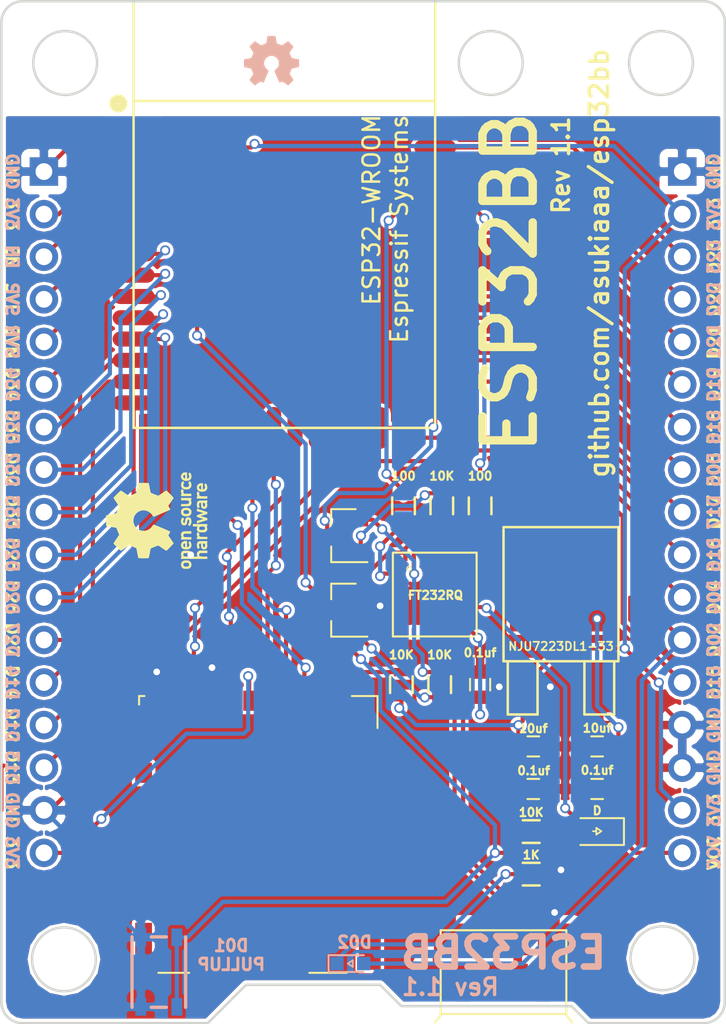
<source format=kicad_pcb>
(kicad_pcb (version 4) (host pcbnew 4.0.5-e0-6337~52~ubuntu16.10.1)
  (layers (0 F.Cu signal hide) (31 B.Cu signal hide) (34 B.Paste user) (35 F.Paste user) (36 B.SilkS user) (37 F.SilkS user) (38 B.Mask user) (39 F.Mask user) (44 Edge.Cuts user))
  (net 0 "")
  (net 1 +3V3)
  (net 2 GND)
  (net 3 VCC)
  (net 4 SD1)
  (net 5 SD2)
  (net 6 SD3)
  (net 7 SD_CMD)
  (net 8 SD_CLK)
  (net 9 SD0)
  (net 10 +5V)
  (net 11 RXDtoTXD0)
  (net 12 D+)
  (net 13 D-)
  (net 14 TXDtoRXD0)
  (net 15 EN)
  (net 16 SVP)
  (net 17 SVN)
  (net 18 IO34)
  (net 19 IO35)
  (net 20 IO32)
  (net 21 IO33)
  (net 22 IO25)
  (net 23 IO26)
  (net 24 IO27)
  (net 25 IO14)
  (net 26 IO12)
  (net 27 IO13)
  (net 28 IO23)
  (net 29 IO22)
  (net 30 IO21)
  (net 31 IO19)
  (net 32 IO18)
  (net 33 IO5)
  (net 34 IO17)
  (net 35 IO16)
  (net 36 IO4)
  (net 37 IO2)
  (net 38 IO15)
  (net 39 "Net-(P3-Pad4)")
  (net 40 "Net-(U1-Pad32)")
  (net 41 "Net-(IC1-Pad3)")
  (net 42 "Net-(IC1-Pad5)")
  (net 43 "Net-(IC1-Pad6)")
  (net 44 "Net-(IC1-Pad7)")
  (net 45 "Net-(IC1-Pad8)")
  (net 46 "Net-(IC1-Pad9)")
  (net 47 "Net-(IC1-Pad10)")
  (net 48 "Net-(IC1-Pad11)")
  (net 49 "Net-(IC1-Pad12)")
  (net 50 "Net-(IC1-Pad13)")
  (net 51 "Net-(IC1-Pad18)")
  (net 52 "Net-(IC1-Pad21)")
  (net 53 "Net-(IC1-Pad22)")
  (net 54 "Net-(IC1-Pad23)")
  (net 55 "Net-(IC1-Pad25)")
  (net 56 "Net-(IC1-Pad27)")
  (net 57 "Net-(IC1-Pad28)")
  (net 58 "Net-(IC1-Pad29)")
  (net 59 "Net-(IC1-Pad1)")
  (net 60 "Net-(C6-Pad1)")
  (net 61 "Net-(IC1-Pad2)")
  (net 62 "Net-(IC1-Pad30)")
  (net 63 DTR)
  (net 64 RTS)
  (net 65 "Net-(Q1-Pad1)")
  (net 66 "Net-(Q2-Pad1)")
  (net 67 "IO0(boot)")
  (net 68 "Net-(D2-Pad1)")
  (module ESP32-footprints-Lib:ESP32-WROOM (layer F.Cu) (at 166.751 73.66 180)
    (fp_text reference U1 hide)
    (fp_text value ESP32-WROOM)
    (fp_text user "Espressif Systems" (at -6.858 -0.889 270) (layer F.SilkS))
    (fp_text user ESP32-WROOM (at -5.207 0.254 270) (layer F.SilkS))
    (pad 38 smd oval (at -9 5.25 180) (size 2.5 0.9) (layers F.Cu F.Paste F.Mask) (net 2 GND))
    (pad 37 smd oval (at -9 3.98 180) (size 2.5 0.9) (layers F.Cu F.Paste F.Mask) (net 28 IO23))
    (pad 36 smd oval (at -9 2.71 180) (size 2.5 0.9) (layers F.Cu F.Paste F.Mask) (net 29 IO22))
    (pad 35 smd oval (at -9 1.44 180) (size 2.5 0.9) (layers F.Cu F.Paste F.Mask) (net 11 RXDtoTXD0))
    (pad 34 smd oval (at -9 0.17 180) (size 2.5 0.9) (layers F.Cu F.Paste F.Mask) (net 14 TXDtoRXD0))
    (pad 33 smd oval (at -9 -1.1 180) (size 2.5 0.9) (layers F.Cu F.Paste F.Mask) (net 30 IO21))
    (pad 32 smd oval (at -9 -2.37 180) (size 2.5 0.9) (layers F.Cu F.Paste F.Mask) (net 40 "Net-(U1-Pad32)"))
    (pad 31 smd oval (at -9 -3.64 180) (size 2.5 0.9) (layers F.Cu F.Paste F.Mask) (net 31 IO19))
    (pad 30 smd oval (at -9 -4.91 180) (size 2.5 0.9) (layers F.Cu F.Paste F.Mask) (net 32 IO18))
    (pad 29 smd oval (at -9 -6.18 180) (size 2.5 0.9) (layers F.Cu F.Paste F.Mask) (net 33 IO5))
    (pad 28 smd oval (at -9 -7.45 180) (size 2.5 0.9) (layers F.Cu F.Paste F.Mask) (net 34 IO17))
    (pad 27 smd oval (at -9 -8.72 180) (size 2.5 0.9) (layers F.Cu F.Paste F.Mask) (net 35 IO16))
    (pad 26 smd oval (at -9 -9.99 180) (size 2.5 0.9) (layers F.Cu F.Paste F.Mask) (net 36 IO4))
    (pad 25 smd oval (at -9 -11.26 180) (size 2.5 0.9) (layers F.Cu F.Paste F.Mask) (net 67 "IO0(boot)"))
    (pad 24 smd oval (at -5.715 -12.75 180) (size 0.9 2.5) (layers F.Cu F.Paste F.Mask) (net 37 IO2))
    (pad 23 smd oval (at -4.445 -12.75 180) (size 0.9 2.5) (layers F.Cu F.Paste F.Mask) (net 38 IO15))
    (pad 22 smd oval (at -3.175 -12.75 180) (size 0.9 2.5) (layers F.Cu F.Paste F.Mask) (net 4 SD1))
    (pad 21 smd oval (at -1.905 -12.75 180) (size 0.9 2.5) (layers F.Cu F.Paste F.Mask) (net 9 SD0))
    (pad 20 smd oval (at -0.635 -12.75 180) (size 0.9 2.5) (layers F.Cu F.Paste F.Mask) (net 8 SD_CLK))
    (pad 19 smd oval (at 0.635 -12.75 180) (size 0.9 2.5) (layers F.Cu F.Paste F.Mask) (net 7 SD_CMD))
    (pad 18 smd oval (at 1.905 -12.75 180) (size 0.9 2.5) (layers F.Cu F.Paste F.Mask) (net 6 SD3))
    (pad 17 smd oval (at 3.175 -12.75 180) (size 0.9 2.5) (layers F.Cu F.Paste F.Mask) (net 5 SD2))
    (pad 16 smd oval (at 4.445 -12.75 180) (size 0.9 2.5) (layers F.Cu F.Paste F.Mask) (net 27 IO13))
    (pad 15 smd oval (at 5.715 -12.75 180) (size 0.9 2.5) (layers F.Cu F.Paste F.Mask) (net 2 GND))
    (pad 14 smd oval (at 9 -11.26 180) (size 2.5 0.9) (layers F.Cu F.Paste F.Mask) (net 26 IO12))
    (pad 13 smd oval (at 9 -9.99 180) (size 2.5 0.9) (layers F.Cu F.Paste F.Mask) (net 25 IO14))
    (pad 12 smd oval (at 9 -8.72 180) (size 2.5 0.9) (layers F.Cu F.Paste F.Mask) (net 24 IO27))
    (pad 11 smd oval (at 9 -7.45 180) (size 2.5 0.9) (layers F.Cu F.Paste F.Mask) (net 23 IO26))
    (pad 10 smd oval (at 9 -6.18 180) (size 2.5 0.9) (layers F.Cu F.Paste F.Mask) (net 22 IO25))
    (pad 9 smd oval (at 9 -4.91 180) (size 2.5 0.9) (layers F.Cu F.Paste F.Mask) (net 21 IO33))
    (pad 8 smd oval (at 9 -3.64 180) (size 2.5 0.9) (layers F.Cu F.Paste F.Mask) (net 20 IO32))
    (pad 7 smd oval (at 9 -2.37 180) (size 2.5 0.9) (layers F.Cu F.Paste F.Mask) (net 19 IO35))
    (pad 6 smd oval (at 9 -1.1 180) (size 2.5 0.9) (layers F.Cu F.Paste F.Mask) (net 18 IO34))
    (pad 5 smd oval (at 9 0.17 180) (size 2.5 0.9) (layers F.Cu F.Paste F.Mask) (net 17 SVN))
    (pad 4 smd oval (at 9 1.44 180) (size 2.5 0.9) (layers F.Cu F.Paste F.Mask) (net 16 SVP))
    (pad 3 smd oval (at 9 2.71 180) (size 2.5 0.9) (layers F.Cu F.Paste F.Mask) (net 15 EN))
    (pad 2 smd oval (at 9 3.98 180) (size 2.5 0.9) (layers F.Cu F.Paste F.Mask) (net 1 +3V3))
    (pad 1 smd oval (at 9 5.25 180) (size 2.5 0.9) (layers F.Cu F.Paste F.Mask) (net 2 GND))
    (pad 39 smd rect (at 0.3 -2.45 180) (size 6 6) (layers F.Cu F.Paste F.Mask) (net 2 GND))
  )
  (module Capacitors_SMD:C_0603 (layer F.Cu) (at 181.61 107.95)
    (fp_text reference C2 hide)
    (fp_text value 0.1uf (at 0.0254 -1.0922) (layer F.SilkS) (effects (font (size 0.5 0.5) (thickness 0.125))))
    (pad 1 smd rect (at -0.75 0) (size 0.8 0.75) (layers F.Cu F.Paste F.Mask) (net 1 +3V3))
    (pad 2 smd rect (at 0.75 0) (size 0.8 0.75) (layers F.Cu F.Paste F.Mask) (net 2 GND))
  )
  (module Capacitors_SMD:C_0603 (layer F.Cu) (at 181.61 105.41)
    (fp_text reference C3 hide)
    (fp_text value 10uf (at 0 -1.0668) (layer F.SilkS) (effects (font (size 0.5 0.5) (thickness 0.125))))
    (pad 1 smd rect (at -0.75 0) (size 0.8 0.75) (layers F.Cu F.Paste F.Mask) (net 1 +3V3))
    (pad 2 smd rect (at 0.75 0) (size 0.8 0.75) (layers F.Cu F.Paste F.Mask) (net 2 GND))
  )
  (module Capacitors_SMD:C_0603 (layer F.Cu) (at 185.42 107.95 180)
    (fp_text reference C4 hide)
    (fp_text value 0.1uf (at 0 1.1176 180) (layer F.SilkS) (effects (font (size 0.5 0.5) (thickness 0.125))))
    (pad 1 smd rect (at -0.75 0 180) (size 0.8 0.75) (layers F.Cu F.Paste F.Mask) (net 3 VCC))
    (pad 2 smd rect (at 0.75 0 180) (size 0.8 0.75) (layers F.Cu F.Paste F.Mask) (net 2 GND))
  )
  (module Capacitors_SMD:C_0603 (layer F.Cu) (at 185.42 105.41 180)
    (fp_text reference C5 hide)
    (fp_text value 10uf (at 0 1.0922 180) (layer F.SilkS) (effects (font (size 0.5 0.5) (thickness 0.125))))
    (pad 1 smd rect (at -0.75 0 180) (size 0.8 0.75) (layers F.Cu F.Paste F.Mask) (net 3 VCC))
    (pad 2 smd rect (at 0.75 0 180) (size 0.8 0.75) (layers F.Cu F.Paste F.Mask) (net 2 GND))
  )
  (module Connectors_Hirose:microSD_Card_Receptacle_Hirose_DM3AT-SF-PEJM5 (layer F.Cu) (at 165.1 110.236)
    (fp_text reference CON1 hide)
    (fp_text value Micro_SD_Card hide)
    (pad 9 smd rect (at -5.8 -7.55) (size 0.7 1.2) (layers F.Cu F.Paste F.Mask) (net 2 GND))
    (pad 8 smd rect (at -4.85 -7.55) (size 0.7 1.2) (layers F.Cu F.Paste F.Mask) (net 4 SD1))
    (pad 1 smd rect (at 2.85 -7.55) (size 0.7 1.2) (layers F.Cu F.Paste F.Mask) (net 5 SD2))
    (pad 2 smd rect (at 1.75 -7.55) (size 0.7 1.2) (layers F.Cu F.Paste F.Mask) (net 6 SD3))
    (pad 3 smd rect (at 0.65 -7.55) (size 0.7 1.2) (layers F.Cu F.Paste F.Mask) (net 7 SD_CMD))
    (pad 4 smd rect (at -0.45 -7.55) (size 0.7 1.2) (layers F.Cu F.Paste F.Mask) (net 1 +3V3))
    (pad 5 smd rect (at -1.55 -7.55) (size 0.7 1.2) (layers F.Cu F.Paste F.Mask) (net 8 SD_CLK))
    (pad 6 smd rect (at -2.65 -7.55) (size 0.7 1.2) (layers F.Cu F.Paste F.Mask) (net 2 GND))
    (pad 7 smd rect (at -3.75 -7.55) (size 0.7 1.2) (layers F.Cu F.Paste F.Mask) (net 9 SD0))
    (pad 11 smd rect (at 4.4 -7.55) (size 1 1.2) (layers F.Cu F.Paste F.Mask))
    (pad 11 smd rect (at -6.75 -3.25) (size 1 1.2) (layers F.Cu F.Paste F.Mask))
    (pad 10 smd rect (at -6.75 2.95) (size 1 0.8) (layers F.Cu F.Paste F.Mask))
    (pad 11 smd rect (at -6.75 7.1) (size 1 2.8) (layers F.Cu F.Paste F.Mask))
    (pad 11 smd rect (at 6.75 7.55) (size 1.3 1.9) (layers F.Cu F.Paste F.Mask))
  )
  (module Resistors_SMD:R_0603 (layer F.Cu) (at 176.022 101.727 270)
    (fp_text reference R1 hide)
    (fp_text value 10K (at -1.778 0 360) (layer F.SilkS) (effects (font (size 0.5 0.5) (thickness 0.125))))
    (pad 1 smd rect (at -0.75 0 270) (size 0.5 0.9) (layers F.Cu F.Paste F.Mask) (net 63 DTR))
    (pad 2 smd rect (at 0.75 0 270) (size 0.5 0.9) (layers F.Cu F.Paste F.Mask) (net 65 "Net-(Q1-Pad1)"))
  )
  (module TO_SOT_Packages_SMD:TO-252-2Lead (layer F.Cu) (at 183.261 101.854)
    (fp_text reference U2 hide)
    (fp_text value NJU7223DL1-33 (at 0 -2.413) (layer F.SilkS) (effects (font (size 0.5 0.5) (thickness 0.1))))
    (pad 1 smd rect (at -2.286 0) (size 1.651 3.048) (layers F.Cu F.Paste F.Mask) (net 1 +3V3))
    (pad 2 smd rect (at 0 -6.35) (size 6.096 6.096) (layers F.Cu F.Paste F.Mask) (net 3 VCC))
    (pad 3 smd rect (at 2.286 0) (size 1.651 3.048) (layers F.Cu F.Paste F.Mask) (net 2 GND))
  )
  (module ftdi232rq:ft232rq (layer F.Cu) (at 173.228 93.853)
    (fp_text reference IC1 hide)
    (fp_text value FT232RQ (at 2.54 2.54) (layer F.SilkS) (effects (font (size 0.5 0.5) (thickness 0.125))))
    (pad 1 smd rect (at 0.24892 0.7493) (size 0.49784 0.24892) (layers F.Cu F.Paste F.Mask) (net 59 "Net-(IC1-Pad1)"))
    (pad 2 smd rect (at 0.24892 1.24968) (size 0.49784 0.24892) (layers F.Cu F.Paste F.Mask) (net 61 "Net-(IC1-Pad2)"))
    (pad 3 smd rect (at 0.24892 1.74752) (size 0.49784 0.24892) (layers F.Cu F.Paste F.Mask) (net 41 "Net-(IC1-Pad3)"))
    (pad 4 smd rect (at 0.24892 2.2479) (size 0.49784 0.24892) (layers F.Cu F.Paste F.Mask) (net 2 GND))
    (pad 5 smd rect (at 0.24892 2.74828) (size 0.49784 0.24892) (layers F.Cu F.Paste F.Mask) (net 42 "Net-(IC1-Pad5)"))
    (pad 6 smd rect (at 0.24892 3.24866) (size 0.49784 0.24892) (layers F.Cu F.Paste F.Mask) (net 43 "Net-(IC1-Pad6)"))
    (pad 7 smd rect (at 0.24892 3.74904) (size 0.49784 0.24892) (layers F.Cu F.Paste F.Mask) (net 44 "Net-(IC1-Pad7)"))
    (pad 8 smd rect (at 0.24892 4.24942) (size 0.49784 0.24892) (layers F.Cu F.Paste F.Mask) (net 45 "Net-(IC1-Pad8)"))
    (pad 9 smd rect (at 0.7493 4.7498) (size 0.25 0.5) (layers F.Cu F.Paste F.Mask) (net 46 "Net-(IC1-Pad9)"))
    (pad 10 smd rect (at 1.24968 4.7498) (size 0.25 0.5) (layers F.Cu F.Paste F.Mask) (net 47 "Net-(IC1-Pad10)"))
    (pad 11 smd rect (at 1.74752 4.7498) (size 0.25 0.5) (layers F.Cu F.Paste F.Mask) (net 48 "Net-(IC1-Pad11)"))
    (pad 12 smd rect (at 2.2479 4.7498) (size 0.25 0.5) (layers F.Cu F.Paste F.Mask) (net 49 "Net-(IC1-Pad12)"))
    (pad 13 smd rect (at 2.74828 4.7498) (size 0.25 0.5) (layers F.Cu F.Paste F.Mask) (net 50 "Net-(IC1-Pad13)"))
    (pad 14 smd rect (at 3.24866 4.7498) (size 0.25 0.5) (layers F.Cu F.Paste F.Mask) (net 12 D+))
    (pad 15 smd rect (at 3.74904 4.7498) (size 0.25 0.5) (layers F.Cu F.Paste F.Mask) (net 13 D-))
    (pad 16 smd rect (at 4.24942 4.7498) (size 0.25 0.5) (layers F.Cu F.Paste F.Mask) (net 60 "Net-(C6-Pad1)"))
    (pad 17 smd rect (at 4.7498 4.24942) (size 0.49784 0.24892) (layers F.Cu F.Paste F.Mask) (net 2 GND))
    (pad 18 smd rect (at 4.7498 3.74904) (size 0.49784 0.24892) (layers F.Cu F.Paste F.Mask) (net 51 "Net-(IC1-Pad18)"))
    (pad 19 smd rect (at 4.7498 3.24866) (size 0.49784 0.24892) (layers F.Cu F.Paste F.Mask) (net 10 +5V))
    (pad 20 smd rect (at 4.7498 2.74828) (size 0.49784 0.24892) (layers F.Cu F.Paste F.Mask) (net 2 GND))
    (pad 21 smd rect (at 4.7498 2.2479) (size 0.49784 0.24892) (layers F.Cu F.Paste F.Mask) (net 52 "Net-(IC1-Pad21)"))
    (pad 22 smd rect (at 4.7498 1.74752) (size 0.49784 0.24892) (layers F.Cu F.Paste F.Mask) (net 53 "Net-(IC1-Pad22)"))
    (pad 23 smd rect (at 4.7498 1.24968) (size 0.49784 0.24892) (layers F.Cu F.Paste F.Mask) (net 54 "Net-(IC1-Pad23)"))
    (pad 24 smd rect (at 4.7498 0.7493) (size 0.49784 0.24892) (layers F.Cu F.Paste F.Mask) (net 2 GND))
    (pad 25 smd rect (at 4.24942 0.24892) (size 0.25 0.5) (layers F.Cu F.Paste F.Mask) (net 55 "Net-(IC1-Pad25)"))
    (pad 26 smd rect (at 3.74904 0.24892) (size 0.25 0.5) (layers F.Cu F.Paste F.Mask) (net 2 GND))
    (pad 27 smd rect (at 3.24866 0.24892) (size 0.25 0.5) (layers F.Cu F.Paste F.Mask) (net 56 "Net-(IC1-Pad27)"))
    (pad 28 smd rect (at 2.74828 0.24892) (size 0.25 0.5) (layers F.Cu F.Paste F.Mask) (net 57 "Net-(IC1-Pad28)"))
    (pad 29 smd rect (at 2.2479 0.24892) (size 0.25 0.5) (layers F.Cu F.Paste F.Mask) (net 58 "Net-(IC1-Pad29)"))
    (pad 30 smd rect (at 1.74752 0.24892) (size 0.25 0.5) (layers F.Cu F.Paste F.Mask) (net 62 "Net-(IC1-Pad30)"))
    (pad 31 smd rect (at 1.24968 0.24892) (size 0.25 0.5) (layers F.Cu F.Paste F.Mask) (net 63 DTR))
    (pad 32 smd rect (at 0.7493 0.24892) (size 0.25 0.5) (layers F.Cu F.Paste F.Mask) (net 64 RTS))
  )
  (module Capacitors_SMD:C_0603 (layer F.Cu) (at 178.435 101.727 90)
    (fp_text reference C6 hide)
    (fp_text value 0.1uf (at 1.905 0 180) (layer F.SilkS) (effects (font (size 0.5 0.5) (thickness 0.125))))
    (pad 1 smd rect (at -0.75 0 90) (size 0.8 0.75) (layers F.Cu F.Paste F.Mask) (net 60 "Net-(C6-Pad1)"))
    (pad 2 smd rect (at 0.75 0 90) (size 0.8 0.75) (layers F.Cu F.Paste F.Mask) (net 2 GND))
  )
  (module osh-logo:osh-logo-3p4mm (layer B.Cu) (at 165.989 64.516 180)
    (fp_text reference G*** hide)
    (fp_text value LOGO hide)
  )
  (module Symbols:OSHW-Logo_5.7x6mm_SilkScreen (layer F.Cu) (at 159.131 91.948 90)
    (fp_text reference REF*** hide)
    (fp_text value OSHW-Logo_5.7x6mm_SilkScreen hide)
  )
  (module TO_SOT_Packages_SMD:SOT-23 (layer F.Cu) (at 170.307 97.282 180)
    (fp_text reference Q1 hide)
    (fp_text value MMBT3904 hide)
    (pad 1 smd rect (at -1 -0.95 180) (size 0.9 0.8) (layers F.Cu F.Paste F.Mask) (net 65 "Net-(Q1-Pad1)"))
    (pad 2 smd rect (at -1 0.95 180) (size 0.9 0.8) (layers F.Cu F.Paste F.Mask) (net 64 RTS))
    (pad 3 smd rect (at 1 0 180) (size 0.9 0.8) (layers F.Cu F.Paste F.Mask) (net 15 EN))
  )
  (module TO_SOT_Packages_SMD:SOT-23 (layer F.Cu) (at 170.307 92.837 180)
    (fp_text reference Q2 hide)
    (fp_text value MMBT3904 hide)
    (pad 1 smd rect (at -1 -0.95 180) (size 0.9 0.8) (layers F.Cu F.Paste F.Mask) (net 66 "Net-(Q2-Pad1)"))
    (pad 2 smd rect (at -1 0.95 180) (size 0.9 0.8) (layers F.Cu F.Paste F.Mask) (net 63 DTR))
    (pad 3 smd rect (at 1 0 180) (size 0.9 0.8) (layers F.Cu F.Paste F.Mask) (net 67 "IO0(boot)"))
  )
  (module Resistors_SMD:R_0603 (layer F.Cu) (at 178.435 91.059 270)
    (fp_text reference R4 hide)
    (fp_text value 100 (at -1.778 0 360) (layer F.SilkS) (effects (font (size 0.5 0.5) (thickness 0.125))))
    (pad 1 smd rect (at -0.75 0 270) (size 0.5 0.9) (layers F.Cu F.Paste F.Mask) (net 14 TXDtoRXD0))
    (pad 2 smd rect (at 0.75 0 270) (size 0.5 0.9) (layers F.Cu F.Paste F.Mask) (net 62 "Net-(IC1-Pad30)"))
  )
  (module Resistors_SMD:R_0603 (layer F.Cu) (at 173.863 91.059 270)
    (fp_text reference R5 hide)
    (fp_text value 100 (at -1.778 0 360) (layer F.SilkS) (effects (font (size 0.5 0.5) (thickness 0.125))))
    (pad 1 smd rect (at -0.75 0 270) (size 0.5 0.9) (layers F.Cu F.Paste F.Mask) (net 11 RXDtoTXD0))
    (pad 2 smd rect (at 0.75 0 270) (size 0.5 0.9) (layers F.Cu F.Paste F.Mask) (net 61 "Net-(IC1-Pad2)"))
  )
  (module Resistors_SMD:R_0603 (layer F.Cu) (at 181.483 110.49 180)
    (fp_text reference R2 hide)
    (fp_text value 10K (at 0 1.143 180) (layer F.SilkS) (effects (font (size 0.5 0.5) (thickness 0.125))))
    (pad 1 smd rect (at -0.75 0 180) (size 0.5 0.9) (layers F.Cu F.Paste F.Mask) (net 67 "IO0(boot)"))
    (pad 2 smd rect (at 0.75 0 180) (size 0.5 0.9) (layers F.Cu F.Paste F.Mask) (net 1 +3V3))
  )
  (module Resistors_SMD:R_0603 (layer F.Cu) (at 173.736 101.727 270)
    (fp_text reference R3 hide)
    (fp_text value 10K (at -1.778 0 360) (layer F.SilkS) (effects (font (size 0.5 0.5) (thickness 0.125))))
    (pad 1 smd rect (at -0.75 0 270) (size 0.5 0.9) (layers F.Cu F.Paste F.Mask) (net 15 EN))
    (pad 2 smd rect (at 0.75 0 270) (size 0.5 0.9) (layers F.Cu F.Paste F.Mask) (net 1 +3V3))
  )
  (module Resistors_SMD:R_0603 (layer F.Cu) (at 176.149 91.059 90)
    (fp_text reference R6 hide)
    (fp_text value 10K (at 1.778 0 180) (layer F.SilkS) (effects (font (size 0.5 0.5) (thickness 0.125))))
    (pad 1 smd rect (at -0.75 0 90) (size 0.5 0.9) (layers F.Cu F.Paste F.Mask) (net 64 RTS))
    (pad 2 smd rect (at 0.75 0 90) (size 0.5 0.9) (layers F.Cu F.Paste F.Mask) (net 66 "Net-(Q2-Pad1)"))
  )
  (module Resistors_SMD:R_0603 (layer F.Cu) (at 181.483 113.03)
    (fp_text reference R7 hide)
    (fp_text value 1K (at 0 -1.143) (layer F.SilkS) (effects (font (size 0.5 0.5) (thickness 0.125))))
    (pad 1 smd rect (at -0.75 0) (size 0.5 0.9) (layers F.Cu F.Paste F.Mask) (net 68 "Net-(D2-Pad1)"))
    (pad 2 smd rect (at 0.75 0) (size 0.5 0.9) (layers F.Cu F.Paste F.Mask) (net 2 GND))
  )
  (module switch:SKRPACE010 (layer B.Cu) (at 159.258 118.872 90)
    (fp_text reference SW1 hide)
    (fp_text value SWITCH_SPST hide)
    (pad 1 smd rect (at -2.075 1.075 90) (size 1.05 0.65) (layers B.Cu B.Paste B.Mask) (net 67 "IO0(boot)"))
    (pad 1 smd rect (at 2.075 1.075 90) (size 1.05 0.65) (layers B.Cu B.Paste B.Mask) (net 67 "IO0(boot)"))
    (pad 2 smd rect (at -2.075 -1.075 90) (size 1.05 0.65) (layers B.Cu B.Paste B.Mask) (net 2 GND))
    (pad 2 smd rect (at 2.075 -1.075 90) (size 1.05 0.65) (layers B.Cu B.Paste B.Mask) (net 2 GND))
  )
  (module usb_micro_b:USB_MICRO_B-HIROSE-ZX62R-B-5P (layer F.Cu) (at 179.832 120.777)
    (fp_text reference P3 hide)
    (fp_text value USB_OTG hide)
    (pad 1 smd rect (at 1.3 -4.125) (size 0.4 1.35) (layers F.Cu F.Paste F.Mask) (net 10 +5V))
    (pad 2 smd rect (at 0.65 -4.125) (size 0.4 1.35) (layers F.Cu F.Paste F.Mask) (net 13 D-))
    (pad 3 smd rect (at 0 -4.125) (size 0.4 1.35) (layers F.Cu F.Paste F.Mask) (net 12 D+))
    (pad 4 smd rect (at -0.65 -4.125) (size 0.4 1.35) (layers F.Cu F.Paste F.Mask) (net 39 "Net-(P3-Pad4)"))
    (pad 5 smd rect (at -1.3 -4.125) (size 0.4 1.35) (layers F.Cu F.Paste F.Mask) (net 2 GND))
    (pad 6 smd rect (at 3.1 -3.8) (size 2.1 2) (layers F.Cu F.Paste F.Mask) (net 2 GND))
    (pad 6 smd rect (at -3.1 -3.8) (size 2.1 2) (layers F.Cu F.Paste F.Mask) (net 2 GND))
    (pad 6 smd rect (at -4.1 -1.45) (size 1.6 1.9) (layers F.Cu F.Paste F.Mask) (net 2 GND))
    (pad 6 smd rect (at -0.85 -1.45) (size 1.2 1.9) (layers F.Cu F.Paste F.Mask) (net 2 GND))
    (pad 6 smd rect (at 0.85 -1.45) (size 1.2 1.9) (layers F.Cu F.Paste F.Mask) (net 2 GND))
    (pad 6 smd rect (at 4.1 -1.45) (size 1.6 1.9) (layers F.Cu F.Paste F.Mask) (net 2 GND))
  )
  (module common:D_0805 (layer F.Cu) (at 185.42 110.49 180)
    (fp_text reference D1 hide)
    (fp_text value D (at 0 1.2446 180) (layer F.SilkS) (effects (font (size 0.5 0.5) (thickness 0.125))))
    (pad 1 smd rect (at -1.05 0 180) (size 0.8 0.9) (layers F.Cu F.Paste F.Mask) (net 3 VCC))
    (pad 2 smd rect (at 1.05 0 180) (size 0.8 0.9) (layers F.Cu F.Paste F.Mask) (net 10 +5V))
  )
  (module common:LED_0603 (layer B.Cu) (at 170.688 118.364)
    (fp_text reference D2 hide)
    (fp_text value LED)
    (pad 2 smd rect (at 0.8 0 180) (size 0.8 0.8) (layers B.Cu B.Paste B.Mask) (net 37 IO2))
    (pad 1 smd rect (at -0.8 0 180) (size 0.8 0.8) (layers B.Cu B.Paste B.Mask) (net 68 "Net-(D2-Pad1)"))
  )
  (module common:Pin_Header_Straight_1x17_Pitch2.54mm (layer F.Cu) (at 190.5 71.12)
    (fp_text reference P2 hide)
    (fp_text value CONN_01X17)
    (pad 1 thru_hole rect (at 0 0) (size 1.7 1.7) (drill 1) (layers *.Cu *.Mask) (net 2 GND))
    (pad 2 thru_hole oval (at 0 2.54) (size 1.7 1.7) (drill 1) (layers *.Cu *.Mask) (net 1 +3V3))
    (pad 3 thru_hole oval (at 0 5.08) (size 1.7 1.7) (drill 1) (layers *.Cu *.Mask) (net 28 IO23))
    (pad 4 thru_hole oval (at 0 7.62) (size 1.7 1.7) (drill 1) (layers *.Cu *.Mask) (net 29 IO22))
    (pad 5 thru_hole oval (at 0 10.16) (size 1.7 1.7) (drill 1) (layers *.Cu *.Mask) (net 30 IO21))
    (pad 6 thru_hole oval (at 0 12.7) (size 1.7 1.7) (drill 1) (layers *.Cu *.Mask) (net 31 IO19))
    (pad 7 thru_hole oval (at 0 15.24) (size 1.7 1.7) (drill 1) (layers *.Cu *.Mask) (net 32 IO18))
    (pad 8 thru_hole oval (at 0 17.78) (size 1.7 1.7) (drill 1) (layers *.Cu *.Mask) (net 33 IO5))
    (pad 9 thru_hole oval (at 0 20.32) (size 1.7 1.7) (drill 1) (layers *.Cu *.Mask) (net 34 IO17))
    (pad 10 thru_hole oval (at 0 22.86) (size 1.7 1.7) (drill 1) (layers *.Cu *.Mask) (net 35 IO16))
    (pad 11 thru_hole oval (at 0 25.4) (size 1.7 1.7) (drill 1) (layers *.Cu *.Mask) (net 36 IO4))
    (pad 12 thru_hole oval (at 0 27.94) (size 1.7 1.7) (drill 1) (layers *.Cu *.Mask) (net 37 IO2))
    (pad 13 thru_hole oval (at 0 30.48) (size 1.7 1.7) (drill 1) (layers *.Cu *.Mask) (net 38 IO15))
    (pad 14 thru_hole oval (at 0 33.02) (size 1.7 1.7) (drill 1) (layers *.Cu *.Mask) (net 2 GND))
    (pad 15 thru_hole oval (at 0 35.56) (size 1.7 1.7) (drill 1) (layers *.Cu *.Mask) (net 2 GND))
    (pad 16 thru_hole oval (at 0 38.1) (size 1.7 1.7) (drill 1) (layers *.Cu *.Mask) (net 1 +3V3))
    (pad 17 thru_hole oval (at 0 40.64) (size 1.7 1.7) (drill 1) (layers *.Cu *.Mask) (net 3 VCC))
  )
  (module common:Pin_Header_Straight_1x17_Pitch2.54mm (layer F.Cu) (at 152.4 71.12)
    (fp_text reference P1 hide)
    (fp_text value CONN_01X17)
    (pad 1 thru_hole rect (at 0 0) (size 1.7 1.7) (drill 1) (layers *.Cu *.Mask) (net 2 GND))
    (pad 2 thru_hole oval (at 0 2.54) (size 1.7 1.7) (drill 1) (layers *.Cu *.Mask) (net 1 +3V3))
    (pad 3 thru_hole oval (at 0 5.08) (size 1.7 1.7) (drill 1) (layers *.Cu *.Mask) (net 15 EN))
    (pad 4 thru_hole oval (at 0 7.62) (size 1.7 1.7) (drill 1) (layers *.Cu *.Mask) (net 16 SVP))
    (pad 5 thru_hole oval (at 0 10.16) (size 1.7 1.7) (drill 1) (layers *.Cu *.Mask) (net 17 SVN))
    (pad 6 thru_hole oval (at 0 12.7) (size 1.7 1.7) (drill 1) (layers *.Cu *.Mask) (net 18 IO34))
    (pad 7 thru_hole oval (at 0 15.24) (size 1.7 1.7) (drill 1) (layers *.Cu *.Mask) (net 19 IO35))
    (pad 8 thru_hole oval (at 0 17.78) (size 1.7 1.7) (drill 1) (layers *.Cu *.Mask) (net 20 IO32))
    (pad 9 thru_hole oval (at 0 20.32) (size 1.7 1.7) (drill 1) (layers *.Cu *.Mask) (net 21 IO33))
    (pad 10 thru_hole oval (at 0 22.86) (size 1.7 1.7) (drill 1) (layers *.Cu *.Mask) (net 22 IO25))
    (pad 11 thru_hole oval (at 0 25.4) (size 1.7 1.7) (drill 1) (layers *.Cu *.Mask) (net 23 IO26))
    (pad 12 thru_hole oval (at 0 27.94) (size 1.7 1.7) (drill 1) (layers *.Cu *.Mask) (net 24 IO27))
    (pad 13 thru_hole oval (at 0 30.48) (size 1.7 1.7) (drill 1) (layers *.Cu *.Mask) (net 25 IO14))
    (pad 14 thru_hole oval (at 0 33.02) (size 1.7 1.7) (drill 1) (layers *.Cu *.Mask) (net 26 IO12))
    (pad 15 thru_hole oval (at 0 35.56) (size 1.7 1.7) (drill 1) (layers *.Cu *.Mask) (net 27 IO13))
    (pad 16 thru_hole oval (at 0 38.1) (size 1.7 1.7) (drill 1) (layers *.Cu *.Mask) (net 2 GND))
    (pad 17 thru_hole oval (at 0 40.64) (size 1.7 1.7) (drill 1) (layers *.Cu *.Mask) (net 1 +3V3))
  )
  (gr_text D27 (at 150.495 99.06 270) (layer B.SilkS) (effects (font (size 0.7 0.7) (thickness 0.175)) (justify mirror)))
  (gr_text 3V3 (at 150.495 111.76 270) (layer F.SilkS) (effects (font (size 0.7 0.7) (thickness 0.175))))
  (gr_text GND (at 150.495 109.22 270) (layer F.SilkS) (effects (font (size 0.7 0.7) (thickness 0.175))))
  (gr_text D13 (at 150.495 106.68 270) (layer F.SilkS) (effects (font (size 0.7 0.7) (thickness 0.175))))
  (gr_text D12 (at 150.495 104.14 270) (layer F.SilkS) (effects (font (size 0.7 0.7) (thickness 0.175))))
  (gr_text D14 (at 150.495 101.6 270) (layer F.SilkS) (effects (font (size 0.7 0.7) (thickness 0.175))))
  (gr_text D26 (at 150.495 96.52 270) (layer F.SilkS) (effects (font (size 0.7 0.7) (thickness 0.175))))
  (gr_text D25 (at 150.495 93.98 270) (layer F.SilkS) (effects (font (size 0.7 0.7) (thickness 0.175))))
  (gr_text D33 (at 150.495 91.44 270) (layer F.SilkS) (effects (font (size 0.7 0.7) (thickness 0.175))))
  (gr_text D32 (at 150.495 88.9 270) (layer F.SilkS) (effects (font (size 0.7 0.7) (thickness 0.175))))
  (gr_text D35 (at 150.495 86.36 270) (layer F.SilkS) (effects (font (size 0.7 0.7) (thickness 0.175))))
  (gr_text D34 (at 150.495 83.82 270) (layer F.SilkS) (effects (font (size 0.7 0.7) (thickness 0.175))))
  (gr_text SVN (at 150.495 81.28 270) (layer F.SilkS) (effects (font (size 0.7 0.7) (thickness 0.175))))
  (gr_text SVP (at 150.495 78.74 270) (layer F.SilkS) (effects (font (size 0.7 0.7) (thickness 0.175))))
  (gr_text EN (at 150.495 76.2 270) (layer F.SilkS) (effects (font (size 0.7 0.7) (thickness 0.175))))
  (gr_text 3V3 (at 150.495 73.66 270) (layer F.SilkS) (effects (font (size 0.7 0.7) (thickness 0.175))))
  (gr_text GND (at 150.495 71.12 270) (layer F.SilkS) (effects (font (size 0.7 0.7) (thickness 0.175))))
  (gr_text VCC (at 192.405 111.76 90) (layer F.SilkS) (effects (font (size 0.7 0.7) (thickness 0.175))))
  (gr_text 3V3 (at 192.405 109.22 90) (layer F.SilkS) (effects (font (size 0.7 0.7) (thickness 0.175))))
  (gr_text GND (at 192.405 106.68 90) (layer F.SilkS) (effects (font (size 0.7 0.7) (thickness 0.175))))
  (gr_text GND (at 192.405 104.14 90) (layer F.SilkS) (effects (font (size 0.7 0.7) (thickness 0.175))))
  (gr_text D15 (at 192.405 101.6 90) (layer F.SilkS) (effects (font (size 0.7 0.7) (thickness 0.175))))
  (gr_text D02 (at 192.405 99.06 90) (layer F.SilkS) (effects (font (size 0.7 0.7) (thickness 0.175))))
  (gr_text D04 (at 192.405 96.52 90) (layer F.SilkS) (effects (font (size 0.7 0.7) (thickness 0.175))))
  (gr_text D16 (at 192.405 93.98 90) (layer F.SilkS) (effects (font (size 0.7 0.7) (thickness 0.175))))
  (gr_text D17 (at 192.405 91.44 90) (layer F.SilkS) (effects (font (size 0.7 0.7) (thickness 0.175))))
  (gr_text D05 (at 192.405 88.9 90) (layer F.SilkS) (effects (font (size 0.7 0.7) (thickness 0.175))))
  (gr_text D18 (at 192.405 86.36 90) (layer F.SilkS) (effects (font (size 0.7 0.7) (thickness 0.175))))
  (gr_text D19 (at 192.405 83.82 90) (layer F.SilkS) (effects (font (size 0.7 0.7) (thickness 0.175))))
  (gr_text D21 (at 192.405 81.28 90) (layer F.SilkS) (effects (font (size 0.7 0.7) (thickness 0.175))))
  (gr_text D22 (at 192.405 78.74 90) (layer F.SilkS) (effects (font (size 0.7 0.7) (thickness 0.175))))
  (gr_text D23 (at 192.405 76.2 90) (layer F.SilkS) (effects (font (size 0.7 0.7) (thickness 0.175))))
  (gr_text 3V3 (at 192.405 73.66 90) (layer F.SilkS) (effects (font (size 0.7 0.7) (thickness 0.175))))
  (gr_text GND (at 192.405 71.12 90) (layer F.SilkS) (effects (font (size 0.7 0.7) (thickness 0.175))))
  (gr_circle (center 153.67 64.643) (end 155.575 64.643) (layer Edge.Cuts) (width 0.15))
  (gr_circle (center 189.23 64.643) (end 191.135 64.643) (layer Edge.Cuts) (width 0.15))
  (gr_text D02 (at 170.942 117.094) (layer B.SilkS) (effects (font (size 0.7 0.7) (thickness 0.175)) (justify mirror)))
  (gr_text ESP32BB (at 180.213 77.724 90) (layer F.SilkS) (effects (font (size 3 3) (thickness 0.5))))
  (gr_line (start 164.465 119.634) (end 172.466 119.634) (angle 90) (layer Edge.Cuts) (width 0.15))
  (gr_line (start 162.179 121.92) (end 164.465 119.634) (angle 90) (layer Edge.Cuts) (width 0.15))
  (gr_line (start 173.736 120.904) (end 172.466 119.634) (angle 90) (layer Edge.Cuts) (width 0.15))
  (gr_line (start 183.896 120.904) (end 173.736 120.904) (angle 90) (layer Edge.Cuts) (width 0.15))
  (gr_line (start 184.912 121.92) (end 183.896 120.904) (angle 90) (layer Edge.Cuts) (width 0.15))
  (gr_line (start 191.77 121.92) (end 184.912 121.92) (angle 90) (layer Edge.Cuts) (width 0.15))
  (gr_line (start 151.13 121.92) (end 162.179 121.92) (angle 90) (layer Edge.Cuts) (width 0.15))
  (gr_line (start 151.13 60.96) (end 191.77 60.96) (angle 90) (layer Edge.Cuts) (width 0.15))
  (gr_circle (center 179.07 64.643) (end 180.975 64.643) (layer Edge.Cuts) (width 0.15))
  (gr_text GND (at 192.3542 71.12 90) (layer B.SilkS) (effects (font (size 0.7 0.7) (thickness 0.175)) (justify mirror)))
  (gr_text "Rev 1.1" (at 183.261 70.739 90) (layer F.SilkS) (effects (font (size 1 1) (thickness 0.2))))
  (gr_text "Rev 1.1" (at 176.657 119.761) (layer B.SilkS) (effects (font (size 1 1) (thickness 0.2)) (justify mirror)))
  (gr_text ESP32BB (at 179.832 117.729) (layer B.SilkS) (effects (font (size 1.8 1.8) (thickness 0.4)) (justify mirror)))
  (gr_text github.com/asukiaaa/esp32bb (at 185.547 76.581 90) (layer F.SilkS) (effects (font (size 1.1 1.1) (thickness 0.2))))
  (gr_text "D01\nPULLUP" (at 163.576 117.856) (layer B.SilkS) (effects (font (size 0.7 0.7) (thickness 0.175)) (justify mirror)))
  (gr_text 3V3 (at 192.405 73.66 90) (layer B.SilkS) (effects (font (size 0.7 0.7) (thickness 0.175)) (justify mirror)))
  (gr_text D23 (at 192.405 76.2 90) (layer B.SilkS) (effects (font (size 0.7 0.7) (thickness 0.175)) (justify mirror)))
  (gr_text D22 (at 192.405 78.74 90) (layer B.SilkS) (effects (font (size 0.7 0.7) (thickness 0.175)) (justify mirror)))
  (gr_text D21 (at 192.405 81.28 90) (layer B.SilkS) (effects (font (size 0.7 0.7) (thickness 0.175)) (justify mirror)))
  (gr_text D19 (at 192.405 83.82 90) (layer B.SilkS) (effects (font (size 0.7 0.7) (thickness 0.175)) (justify mirror)))
  (gr_text D18 (at 192.405 86.36 90) (layer B.SilkS) (effects (font (size 0.7 0.7) (thickness 0.175)) (justify mirror)))
  (gr_text D05 (at 192.405 88.9 90) (layer B.SilkS) (effects (font (size 0.7 0.7) (thickness 0.175)) (justify mirror)))
  (gr_text D17 (at 192.405 91.44 90) (layer B.SilkS) (effects (font (size 0.7 0.7) (thickness 0.175)) (justify mirror)))
  (gr_text D16 (at 192.405 93.98 90) (layer B.SilkS) (effects (font (size 0.7 0.7) (thickness 0.175)) (justify mirror)))
  (gr_text D04 (at 192.405 96.52 90) (layer B.SilkS) (effects (font (size 0.7 0.7) (thickness 0.175)) (justify mirror)))
  (gr_text D02 (at 192.405 99.06 90) (layer B.SilkS) (effects (font (size 0.7 0.7) (thickness 0.175)) (justify mirror)))
  (gr_text D15 (at 192.405 101.6 90) (layer B.SilkS) (effects (font (size 0.7 0.7) (thickness 0.175)) (justify mirror)))
  (gr_text GND (at 192.405 104.14 90) (layer B.SilkS) (effects (font (size 0.7 0.7) (thickness 0.175)) (justify mirror)))
  (gr_text GND (at 192.405 106.68 90) (layer B.SilkS) (effects (font (size 0.7 0.7) (thickness 0.175)) (justify mirror)))
  (gr_text VCC (at 192.405 111.76 90) (layer B.SilkS) (effects (font (size 0.7 0.7) (thickness 0.175)) (justify mirror)))
  (gr_text 3V3 (at 192.405 109.22 90) (layer B.SilkS) (effects (font (size 0.7 0.7) (thickness 0.175)) (justify mirror)))
  (gr_text 3V3 (at 150.495 111.76 270) (layer B.SilkS) (effects (font (size 0.7 0.7) (thickness 0.175)) (justify mirror)))
  (gr_text GND (at 150.495 109.22 270) (layer B.SilkS) (effects (font (size 0.7 0.7) (thickness 0.175)) (justify mirror)))
  (gr_text D13 (at 150.495 106.68 270) (layer B.SilkS) (effects (font (size 0.7 0.7) (thickness 0.175)) (justify mirror)))
  (gr_text D12 (at 150.495 104.14 270) (layer B.SilkS) (effects (font (size 0.7 0.7) (thickness 0.175)) (justify mirror)))
  (gr_text D14 (at 150.495 101.6 270) (layer B.SilkS) (effects (font (size 0.7 0.7) (thickness 0.175)) (justify mirror)))
  (gr_text D27 (at 150.495 99.06 270) (layer F.SilkS) (effects (font (size 0.7 0.7) (thickness 0.175))))
  (gr_text D26 (at 150.495 96.52 270) (layer B.SilkS) (effects (font (size 0.7 0.7) (thickness 0.175)) (justify mirror)))
  (gr_text D25 (at 150.495 93.98 270) (layer B.SilkS) (effects (font (size 0.7 0.7) (thickness 0.175)) (justify mirror)))
  (gr_text D33 (at 150.495 91.44 270) (layer B.SilkS) (effects (font (size 0.7 0.7) (thickness 0.175)) (justify mirror)))
  (gr_text D32 (at 150.495 88.9 270) (layer B.SilkS) (effects (font (size 0.7 0.7) (thickness 0.175)) (justify mirror)))
  (gr_text D35 (at 150.495 86.36 270) (layer B.SilkS) (effects (font (size 0.7 0.7) (thickness 0.175)) (justify mirror)))
  (gr_text D34 (at 150.495 83.82 270) (layer B.SilkS) (effects (font (size 0.7 0.7) (thickness 0.175)) (justify mirror)))
  (gr_text SVN (at 150.495 81.28 270) (layer B.SilkS) (effects (font (size 0.7 0.7) (thickness 0.175)) (justify mirror)))
  (gr_text SVP (at 150.495 78.74 270) (layer B.SilkS) (effects (font (size 0.7 0.7) (thickness 0.175)) (justify mirror)))
  (gr_text EN (at 150.495 76.2 270) (layer B.SilkS) (effects (font (size 0.7 0.7) (thickness 0.175)) (justify mirror)))
  (gr_text 3V3 (at 150.495 73.66 270) (layer B.SilkS) (effects (font (size 0.7 0.7) (thickness 0.175)) (justify mirror)))
  (gr_text GND (at 150.495 71.12 270) (layer B.SilkS) (effects (font (size 0.7 0.7) (thickness 0.175)) (justify mirror)))
  (gr_circle (center 189.3189 118.0465) (end 191.2239 118.0465) (layer Edge.Cuts) (width 0.15))
  (gr_circle (center 153.5938 118.11) (end 155.4988 118.11) (layer Edge.Cuts) (width 0.15))
  (gr_arc (start 191.77 120.65) (end 193.04 120.65) (angle 90) (layer Edge.Cuts) (width 0.15))
  (gr_arc (start 151.13 120.65) (end 151.13 121.92) (angle 90) (layer Edge.Cuts) (width 0.15))
  (gr_arc (start 191.77 62.23) (end 191.77 60.96) (angle 90) (layer Edge.Cuts) (width 0.15))
  (gr_arc (start 151.13 62.23) (end 149.86 62.23) (angle 90) (layer Edge.Cuts) (width 0.15))
  (gr_line (start 193.04 120.65) (end 193.04 62.23) (angle 90) (layer Edge.Cuts) (width 0.15))
  (gr_line (start 149.86 62.23) (end 149.86 120.65) (angle 90) (layer Edge.Cuts) (width 0.15))
  (segment (start 149.86 109.22) (end 149.86 106.68) (width 0.25) (layer F.Cu) (net 0))
  (segment (start 149.86 106.68) (end 149.987 106.553) (width 0.25) (layer F.Cu) (net 0))
  (segment (start 152.4 111.76) (end 153.797 111.76) (width 0.25) (layer F.Cu) (net 1))
  (segment (start 164.65 101.277) (end 164.65 102.686) (width 0.25) (layer F.Cu) (net 1))
  (segment (start 164.592 101.219) (end 164.65 101.277) (width 0.25) (layer F.Cu) (net 1))
  (via (at 164.592 101.219) (size 0.6) (drill 0.4) (layers F.Cu B.Cu) (net 1))
  (segment (start 164.592 104.394) (end 164.592 101.219) (width 0.25) (layer B.Cu) (net 1))
  (segment (start 164.338 104.648) (end 164.592 104.394) (width 0.25) (layer B.Cu) (net 1))
  (segment (start 160.909 104.648) (end 164.338 104.648) (width 0.25) (layer B.Cu) (net 1))
  (segment (start 155.829 109.728) (end 160.909 104.648) (width 0.25) (layer B.Cu) (net 1))
  (via (at 155.829 109.728) (size 0.6) (drill 0.4) (layers F.Cu B.Cu) (net 1))
  (segment (start 153.797 111.76) (end 155.829 109.728) (width 0.25) (layer F.Cu) (net 1))
  (segment (start 187.071 99.568) (end 183.261 99.568) (width 0.25) (layer F.Cu) (net 1))
  (segment (start 183.261 99.568) (end 180.975 101.854) (width 0.25) (layer F.Cu) (net 1))
  (segment (start 190.5 73.66) (end 190.373 73.66) (width 0.25) (layer B.Cu) (net 1))
  (segment (start 190.373 73.66) (end 187.071 76.962) (width 0.25) (layer B.Cu) (net 1))
  (segment (start 189.23 107.95) (end 190.5 109.22) (width 0.25) (layer B.Cu) (net 1))
  (segment (start 189.23 101.727) (end 189.23 107.95) (width 0.25) (layer B.Cu) (net 1))
  (segment (start 189.103 101.6) (end 189.23 101.727) (width 0.25) (layer B.Cu) (net 1))
  (via (at 189.103 101.6) (size 0.6) (drill 0.4) (layers F.Cu B.Cu) (net 1))
  (segment (start 187.071 99.568) (end 189.103 101.6) (width 0.25) (layer F.Cu) (net 1))
  (via (at 187.071 99.568) (size 0.6) (drill 0.4) (layers F.Cu B.Cu) (net 1))
  (segment (start 187.071 76.962) (end 187.071 99.568) (width 0.25) (layer B.Cu) (net 1))
  (segment (start 157.751 69.68) (end 164.762 69.68) (width 0.25) (layer F.Cu) (net 1))
  (segment (start 186.436 69.596) (end 190.5 73.66) (width 0.25) (layer B.Cu) (net 1))
  (segment (start 165.1 69.596) (end 186.436 69.596) (width 0.25) (layer B.Cu) (net 1))
  (segment (start 164.973 69.469) (end 165.1 69.596) (width 0.25) (layer B.Cu) (net 1))
  (via (at 164.973 69.469) (size 0.6) (drill 0.4) (layers F.Cu B.Cu) (net 1))
  (segment (start 164.762 69.68) (end 164.973 69.469) (width 0.25) (layer F.Cu) (net 1))
  (segment (start 180.86 107.95) (end 180.86 110.363) (width 0.25) (layer F.Cu) (net 1))
  (segment (start 180.86 110.363) (end 180.733 110.49) (width 0.25) (layer F.Cu) (net 1))
  (segment (start 180.721 104.14) (end 180.721 105.271) (width 0.25) (layer F.Cu) (net 1))
  (segment (start 180.721 105.271) (end 180.86 105.41) (width 0.25) (layer F.Cu) (net 1))
  (segment (start 180.86 105.41) (end 180.86 107.95) (width 0.25) (layer F.Cu) (net 1))
  (segment (start 173.736 102.477) (end 173.736 102.997) (width 0.25) (layer F.Cu) (net 1))
  (segment (start 180.975 103.886) (end 180.975 101.854) (width 0.25) (layer F.Cu) (net 1))
  (segment (start 180.721 104.14) (end 180.975 103.886) (width 0.25) (layer F.Cu) (net 1))
  (via (at 180.721 104.14) (size 0.6) (drill 0.4) (layers F.Cu B.Cu) (net 1))
  (segment (start 174.625 104.14) (end 180.721 104.14) (width 0.25) (layer B.Cu) (net 1))
  (segment (start 173.609 103.124) (end 174.625 104.14) (width 0.25) (layer B.Cu) (net 1))
  (via (at 173.609 103.124) (size 0.6) (drill 0.4) (layers F.Cu B.Cu) (net 1))
  (segment (start 173.736 102.997) (end 173.609 103.124) (width 0.25) (layer F.Cu) (net 1))
  (segment (start 157.751 69.68) (end 156.253 69.68) (width 0.25) (layer F.Cu) (net 1))
  (segment (start 153.289 73.66) (end 152.4 73.66) (width 0.25) (layer F.Cu) (net 1))
  (segment (start 154.305 72.644) (end 153.289 73.66) (width 0.25) (layer F.Cu) (net 1))
  (segment (start 154.305 71.628) (end 154.305 72.644) (width 0.25) (layer F.Cu) (net 1))
  (segment (start 156.253 69.68) (end 154.305 71.628) (width 0.25) (layer F.Cu) (net 1))
  (segment (start 158.183 120.947) (end 158.183 116.797) (width 0.25) (layer B.Cu) (net 2))
  (segment (start 158.183 116.797) (end 154.686 113.3) (width 0.25) (layer B.Cu) (net 2))
  (segment (start 154.686 113.3) (end 154.686 111.506) (width 0.25) (layer B.Cu) (net 2))
  (segment (start 154.686 111.506) (end 152.4 109.22) (width 0.25) (layer B.Cu) (net 2))
  (segment (start 185.547 101.854) (end 182.626 101.854) (width 0.25) (layer F.Cu) (net 2))
  (segment (start 179.578 101.854) (end 178.701 100.977) (width 0.25) (layer F.Cu) (net 2))
  (via (at 179.578 101.854) (size 0.6) (drill 0.4) (layers F.Cu B.Cu) (net 2))
  (segment (start 182.626 101.854) (end 179.578 101.854) (width 0.25) (layer B.Cu) (net 2))
  (via (at 182.626 101.854) (size 0.6) (drill 0.4) (layers F.Cu B.Cu) (net 2))
  (segment (start 178.701 100.977) (end 178.435 100.977) (width 0.25) (layer F.Cu) (net 2))
  (segment (start 177.9778 98.10242) (end 179.451 98.10242) (width 0.25) (layer F.Cu) (net 2))
  (segment (start 179.451 98.10242) (end 179.451 98.171) (width 0.25) (layer F.Cu) (net 2))
  (segment (start 177.9778 94.6023) (end 179.4383 94.6023) (width 0.25) (layer F.Cu) (net 2))
  (segment (start 179.451 99.961) (end 178.435 100.977) (width 0.25) (layer F.Cu) (net 2))
  (segment (start 179.451 94.615) (end 179.451 98.171) (width 0.25) (layer F.Cu) (net 2))
  (segment (start 179.451 98.171) (end 179.451 99.961) (width 0.25) (layer F.Cu) (net 2))
  (segment (start 179.4383 94.6023) (end 179.451 94.615) (width 0.25) (layer F.Cu) (net 2))
  (segment (start 162.433 100.711) (end 163.322 100.711) (width 0.25) (layer B.Cu) (net 2))
  (segment (start 172.6311 96.1009) (end 173.47692 96.1009) (width 0.25) (layer F.Cu) (net 2))
  (segment (start 172.466 96.266) (end 172.6311 96.1009) (width 0.25) (layer F.Cu) (net 2))
  (segment (start 172.466 97.028) (end 172.466 96.266) (width 0.25) (layer F.Cu) (net 2))
  (via (at 172.466 97.028) (size 0.6) (drill 0.4) (layers F.Cu B.Cu) (net 2))
  (segment (start 170.434 99.06) (end 172.466 97.028) (width 0.25) (layer B.Cu) (net 2))
  (segment (start 170.434 100.33) (end 170.434 99.06) (width 0.25) (layer B.Cu) (net 2))
  (segment (start 168.91 101.854) (end 170.434 100.33) (width 0.25) (layer B.Cu) (net 2))
  (segment (start 167.513 101.854) (end 168.91 101.854) (width 0.25) (layer B.Cu) (net 2))
  (segment (start 165.735 100.076) (end 167.513 101.854) (width 0.25) (layer B.Cu) (net 2))
  (segment (start 163.957 100.076) (end 165.735 100.076) (width 0.25) (layer B.Cu) (net 2))
  (segment (start 163.322 100.711) (end 163.957 100.076) (width 0.25) (layer B.Cu) (net 2))
  (segment (start 162.433 100.711) (end 159.385 100.711) (width 0.25) (layer B.Cu) (net 2))
  (segment (start 159.3 101.134) (end 159.3 102.686) (width 0.25) (layer F.Cu) (net 2))
  (segment (start 159.131 100.965) (end 159.3 101.134) (width 0.25) (layer F.Cu) (net 2))
  (via (at 159.131 100.965) (size 0.6) (drill 0.4) (layers F.Cu B.Cu) (net 2))
  (segment (start 159.385 100.711) (end 159.131 100.965) (width 0.25) (layer B.Cu) (net 2))
  (segment (start 162.45 100.728) (end 162.45 102.686) (width 0.25) (layer F.Cu) (net 2))
  (segment (start 162.433 100.711) (end 162.45 100.728) (width 0.25) (layer F.Cu) (net 2))
  (via (at 162.433 100.711) (size 0.6) (drill 0.4) (layers F.Cu B.Cu) (net 2))
  (segment (start 162.433 95.25) (end 162.433 100.711) (width 0.25) (layer B.Cu) (net 2))
  (segment (start 161.163 93.98) (end 162.433 95.25) (width 0.25) (layer B.Cu) (net 2))
  (via (at 161.163 93.98) (size 0.6) (drill 0.4) (layers F.Cu B.Cu) (net 2))
  (segment (start 161.036 93.853) (end 161.163 93.98) (width 0.25) (layer F.Cu) (net 2))
  (segment (start 161.036 86.41) (end 161.036 93.853) (width 0.25) (layer F.Cu) (net 2))
  (segment (start 183.261 112.776) (end 183.261 110.109) (width 0.25) (layer F.Cu) (net 2))
  (segment (start 182.499 109.347) (end 182.499 108.089) (width 0.25) (layer F.Cu) (net 2))
  (segment (start 183.261 110.109) (end 182.499 109.347) (width 0.25) (layer F.Cu) (net 2))
  (segment (start 182.499 108.089) (end 182.36 107.95) (width 0.25) (layer F.Cu) (net 2))
  (segment (start 182.932 116.977) (end 182.932 115.368) (width 0.25) (layer F.Cu) (net 2))
  (segment (start 183.007 113.03) (end 182.233 113.03) (width 0.25) (layer F.Cu) (net 2))
  (segment (start 183.261 112.776) (end 183.007 113.03) (width 0.25) (layer F.Cu) (net 2))
  (via (at 183.261 112.776) (size 0.6) (drill 0.4) (layers F.Cu B.Cu) (net 2))
  (segment (start 183.261 114.935) (end 183.261 112.776) (width 0.25) (layer B.Cu) (net 2))
  (segment (start 182.88 115.316) (end 183.261 114.935) (width 0.25) (layer B.Cu) (net 2))
  (via (at 182.88 115.316) (size 0.6) (drill 0.4) (layers F.Cu B.Cu) (net 2))
  (segment (start 182.932 115.368) (end 182.88 115.316) (width 0.25) (layer F.Cu) (net 2))
  (segment (start 152.4 109.22) (end 152.781 109.22) (width 0.25) (layer F.Cu) (net 2))
  (segment (start 152.781 109.22) (end 157.226 104.775) (width 0.25) (layer F.Cu) (net 2))
  (segment (start 157.296 102.686) (end 159.3 102.686) (width 0.25) (layer F.Cu) (net 2))
  (segment (start 157.226 102.616) (end 157.296 102.686) (width 0.25) (layer F.Cu) (net 2))
  (segment (start 157.226 104.775) (end 157.226 102.616) (width 0.25) (layer F.Cu) (net 2))
  (segment (start 161.036 84.328) (end 161.036 86.41) (width 0.25) (layer F.Cu) (net 2))
  (segment (start 175.732 119.327) (end 175.732 117.977) (width 0.25) (layer F.Cu) (net 2))
  (segment (start 175.732 117.977) (end 177.057 116.652) (width 0.25) (layer F.Cu) (net 2))
  (segment (start 177.057 116.652) (end 178.532 116.652) (width 0.25) (layer F.Cu) (net 2))
  (segment (start 175.732 119.327) (end 178.982 119.327) (width 0.25) (layer F.Cu) (net 2))
  (segment (start 178.982 119.327) (end 180.682 119.327) (width 0.25) (layer F.Cu) (net 2))
  (segment (start 180.682 119.327) (end 183.932 119.327) (width 0.25) (layer F.Cu) (net 2))
  (segment (start 183.932 119.327) (end 182.932 118.327) (width 0.25) (layer F.Cu) (net 2))
  (segment (start 182.932 118.327) (end 182.932 116.977) (width 0.25) (layer F.Cu) (net 2))
  (segment (start 166.451 76.11) (end 166.451 68.753) (width 0.25) (layer F.Cu) (net 2))
  (segment (start 166.451 68.753) (end 166.794 68.41) (width 0.25) (layer F.Cu) (net 2))
  (segment (start 175.751 68.41) (end 166.794 68.41) (width 0.25) (layer F.Cu) (net 2))
  (segment (start 166.794 68.41) (end 157.751 68.41) (width 0.25) (layer F.Cu) (net 2))
  (segment (start 157.751 68.41) (end 157.708 68.453) (width 0.25) (layer F.Cu) (net 2))
  (segment (start 157.708 68.453) (end 155.067 68.453) (width 0.25) (layer F.Cu) (net 2))
  (segment (start 155.067 68.453) (end 152.4 71.12) (width 0.25) (layer F.Cu) (net 2))
  (segment (start 175.751 68.41) (end 186.139 68.41) (width 0.25) (layer F.Cu) (net 2))
  (segment (start 188.849 71.12) (end 190.5 71.12) (width 0.25) (layer F.Cu) (net 2))
  (segment (start 186.139 68.41) (end 188.849 71.12) (width 0.25) (layer F.Cu) (net 2))
  (segment (start 190.5 106.68) (end 190.5 104.14) (width 0.25) (layer F.Cu) (net 2))
  (segment (start 190.5 104.14) (end 188.214 101.854) (width 0.25) (layer F.Cu) (net 2))
  (segment (start 188.214 101.854) (end 185.547 101.854) (width 0.25) (layer F.Cu) (net 2))
  (segment (start 185.547 101.854) (end 185.547 104.533) (width 0.25) (layer F.Cu) (net 2))
  (segment (start 185.547 104.533) (end 184.67 105.41) (width 0.25) (layer F.Cu) (net 2))
  (segment (start 184.67 105.41) (end 184.67 107.95) (width 0.25) (layer F.Cu) (net 2))
  (segment (start 184.67 107.95) (end 182.36 107.95) (width 0.25) (layer F.Cu) (net 2))
  (segment (start 182.36 107.95) (end 182.36 105.41) (width 0.25) (layer F.Cu) (net 2))
  (segment (start 176.97704 95.885) (end 176.97704 96.07296) (width 0.25) (layer F.Cu) (net 2))
  (segment (start 176.97704 96.07296) (end 176.911 96.139) (width 0.25) (layer F.Cu) (net 2))
  (segment (start 177.11928 96.60128) (end 177.9778 96.60128) (width 0.25) (layer F.Cu) (net 2))
  (segment (start 176.911 96.393) (end 177.11928 96.60128) (width 0.25) (layer F.Cu) (net 2))
  (segment (start 176.911 96.139) (end 176.911 96.393) (width 0.25) (layer F.Cu) (net 2))
  (segment (start 173.47692 96.1009) (end 176.9491 96.1009) (width 0.25) (layer F.Cu) (net 2))
  (segment (start 176.9491 96.1009) (end 176.97704 96.07296) (width 0.25) (layer F.Cu) (net 2))
  (segment (start 176.97704 95.885) (end 176.97704 94.10192) (width 0.25) (layer F.Cu) (net 2))
  (segment (start 152.4 70.485) (end 151.765 70.485) (width 0.25) (layer B.Cu) (net 2))
  (segment (start 166.451 76.11) (end 166.451 78.913) (width 0.25) (layer F.Cu) (net 2))
  (segment (start 167.34 76.11) (end 167.1204 76.11) (width 0.25) (layer F.Cu) (net 2))
  (segment (start 166.451 78.913) (end 161.036 84.328) (width 0.25) (layer F.Cu) (net 2))
  (segment (start 186.17 107.95) (end 186.17 105.41) (width 0.25) (layer F.Cu) (net 3))
  (segment (start 186.17 105.41) (end 186.69 104.89) (width 0.25) (layer F.Cu) (net 3))
  (segment (start 186.69 104.89) (end 186.69 104.267) (width 0.25) (layer F.Cu) (net 3))
  (via (at 186.69 104.267) (size 0.6) (drill 0.4) (layers F.Cu B.Cu) (net 3))
  (segment (start 186.69 104.267) (end 185.42 102.997) (width 0.25) (layer B.Cu) (net 3))
  (segment (start 185.42 102.997) (end 185.42 97.79) (width 0.25) (layer B.Cu) (net 3))
  (via (at 185.42 97.79) (size 0.6) (drill 0.4) (layers F.Cu B.Cu) (net 3))
  (segment (start 185.42 97.79) (end 183.261 95.631) (width 0.25) (layer F.Cu) (net 3))
  (segment (start 183.261 95.631) (end 183.261 95.504) (width 0.25) (layer F.Cu) (net 3))
  (segment (start 190.5 111.76) (end 187.74 111.76) (width 0.25) (layer F.Cu) (net 3))
  (segment (start 187.74 111.76) (end 186.17 110.19) (width 0.25) (layer F.Cu) (net 3))
  (segment (start 186.17 110.19) (end 186.17 105.41) (width 0.25) (layer F.Cu) (net 3))
  (segment (start 169.926 86.41) (end 169.926 89.662) (width 0.25) (layer F.Cu) (net 4))
  (segment (start 160.25 99.338) (end 160.25 102.686) (width 0.25) (layer F.Cu) (net 4))
  (segment (start 169.926 89.662) (end 160.25 99.338) (width 0.25) (layer F.Cu) (net 4))
  (segment (start 163.576 86.41) (end 163.576 91.821) (width 0.25) (layer F.Cu) (net 5))
  (segment (start 167.95 100.782) (end 167.95 102.686) (width 0.25) (layer F.Cu) (net 5))
  (segment (start 168.021 100.711) (end 167.95 100.782) (width 0.25) (layer F.Cu) (net 5))
  (via (at 168.021 100.711) (size 0.6) (drill 0.4) (layers F.Cu B.Cu) (net 5))
  (segment (start 164.211 96.901) (end 168.021 100.711) (width 0.25) (layer B.Cu) (net 5))
  (segment (start 164.211 92.456) (end 164.211 96.901) (width 0.25) (layer B.Cu) (net 5))
  (segment (start 163.957 92.202) (end 164.211 92.456) (width 0.25) (layer B.Cu) (net 5))
  (via (at 163.957 92.202) (size 0.6) (drill 0.4) (layers F.Cu B.Cu) (net 5))
  (segment (start 163.576 91.821) (end 163.957 92.202) (width 0.25) (layer F.Cu) (net 5))
  (segment (start 164.846 86.41) (end 164.846 91.186) (width 0.25) (layer F.Cu) (net 6))
  (segment (start 166.85 97.31) (end 166.85 102.686) (width 0.25) (layer F.Cu) (net 6))
  (segment (start 166.878 97.282) (end 166.85 97.31) (width 0.25) (layer F.Cu) (net 6))
  (via (at 166.878 97.282) (size 0.6) (drill 0.4) (layers F.Cu B.Cu) (net 6))
  (segment (start 166.243 97.282) (end 166.878 97.282) (width 0.25) (layer B.Cu) (net 6))
  (segment (start 164.846 95.885) (end 166.243 97.282) (width 0.25) (layer B.Cu) (net 6))
  (segment (start 164.846 91.186) (end 164.846 95.885) (width 0.25) (layer B.Cu) (net 6))
  (via (at 164.846 91.186) (size 0.6) (drill 0.4) (layers F.Cu B.Cu) (net 6))
  (segment (start 166.116 86.41) (end 166.116 89.662) (width 0.25) (layer F.Cu) (net 7))
  (segment (start 165.75 95.108) (end 165.75 102.686) (width 0.25) (layer F.Cu) (net 7))
  (segment (start 166.243 94.615) (end 165.75 95.108) (width 0.25) (layer F.Cu) (net 7))
  (via (at 166.243 94.615) (size 0.6) (drill 0.4) (layers F.Cu B.Cu) (net 7))
  (segment (start 166.243 89.789) (end 166.243 94.615) (width 0.25) (layer B.Cu) (net 7))
  (via (at 166.243 89.789) (size 0.6) (drill 0.4) (layers F.Cu B.Cu) (net 7))
  (segment (start 166.116 89.662) (end 166.243 89.789) (width 0.25) (layer F.Cu) (net 7))
  (segment (start 167.386 86.41) (end 167.386 89.789) (width 0.25) (layer F.Cu) (net 8))
  (segment (start 163.55 97.764) (end 163.55 102.686) (width 0.25) (layer F.Cu) (net 8))
  (segment (start 163.449 97.663) (end 163.55 97.764) (width 0.25) (layer F.Cu) (net 8))
  (via (at 163.449 97.663) (size 0.6) (drill 0.4) (layers F.Cu B.Cu) (net 8))
  (segment (start 163.449 94.234) (end 163.449 97.663) (width 0.25) (layer B.Cu) (net 8))
  (segment (start 163.322 94.107) (end 163.449 94.234) (width 0.25) (layer B.Cu) (net 8))
  (via (at 163.322 94.107) (size 0.6) (drill 0.4) (layers F.Cu B.Cu) (net 8))
  (segment (start 163.322 93.853) (end 163.322 94.107) (width 0.25) (layer F.Cu) (net 8))
  (segment (start 167.386 89.789) (end 163.322 93.853) (width 0.25) (layer F.Cu) (net 8))
  (segment (start 168.656 86.41) (end 168.656 89.916) (width 0.25) (layer F.Cu) (net 9))
  (segment (start 161.35 99.508) (end 161.35 102.686) (width 0.25) (layer F.Cu) (net 9))
  (segment (start 161.417 99.441) (end 161.35 99.508) (width 0.25) (layer F.Cu) (net 9))
  (via (at 161.417 99.441) (size 0.6) (drill 0.4) (layers F.Cu B.Cu) (net 9))
  (segment (start 161.417 97.155) (end 161.417 99.441) (width 0.25) (layer B.Cu) (net 9))
  (via (at 161.417 97.155) (size 0.6) (drill 0.4) (layers F.Cu B.Cu) (net 9))
  (segment (start 168.656 89.916) (end 161.417 97.155) (width 0.25) (layer F.Cu) (net 9))
  (segment (start 181.132 116.652) (end 181.132 116.048) (width 0.25) (layer F.Cu) (net 10))
  (segment (start 181.132 116.048) (end 184.37 112.81) (width 0.25) (layer F.Cu) (net 10))
  (segment (start 184.37 112.81) (end 184.37 110.49) (width 0.25) (layer F.Cu) (net 10))
  (segment (start 177.9778 97.10166) (end 178.76266 97.10166) (width 0.25) (layer F.Cu) (net 10))
  (segment (start 184.37 109.948) (end 184.37 110.49) (width 0.25) (layer F.Cu) (net 10))
  (segment (start 183.515 109.093) (end 184.37 109.948) (width 0.25) (layer F.Cu) (net 10))
  (via (at 183.515 109.093) (size 0.6) (drill 0.4) (layers F.Cu B.Cu) (net 10))
  (segment (start 183.515 101.854) (end 183.515 109.093) (width 0.25) (layer B.Cu) (net 10))
  (segment (start 178.816 97.155) (end 183.515 101.854) (width 0.25) (layer B.Cu) (net 10))
  (via (at 178.816 97.155) (size 0.6) (drill 0.4) (layers F.Cu B.Cu) (net 10))
  (segment (start 178.76266 97.10166) (end 178.816 97.155) (width 0.25) (layer F.Cu) (net 10))
  (segment (start 175.751 72.22) (end 174.795 72.22) (width 0.25) (layer F.Cu) (net 11))
  (segment (start 174.795 72.22) (end 172.974 74.041) (width 0.25) (layer F.Cu) (net 11))
  (via (at 172.974 74.041) (size 0.6) (drill 0.4) (layers F.Cu B.Cu) (net 11))
  (segment (start 172.974 74.041) (end 172.847 74.168) (width 0.25) (layer B.Cu) (net 11))
  (segment (start 172.847 74.168) (end 172.847 89.154) (width 0.25) (layer B.Cu) (net 11))
  (via (at 172.847 89.154) (size 0.6) (drill 0.4) (layers F.Cu B.Cu) (net 11))
  (segment (start 172.847 89.154) (end 173.863 90.17) (width 0.25) (layer F.Cu) (net 11))
  (segment (start 173.863 90.17) (end 173.863 90.551) (width 0.25) (layer F.Cu) (net 11))
  (segment (start 173.863 90.551) (end 173.863 90.309) (width 0.25) (layer F.Cu) (net 11))
  (segment (start 176.47666 98.6028) (end 176.47666 99.64166) (width 0.25) (layer F.Cu) (net 12))
  (segment (start 179.832 114.809398) (end 179.832 116.652) (width 0.25) (layer F.Cu) (net 12))
  (segment (start 176.911 111.888398) (end 179.832 114.809398) (width 0.25) (layer F.Cu) (net 12))
  (segment (start 176.911 100.076) (end 176.911 111.888398) (width 0.25) (layer F.Cu) (net 12))
  (segment (start 176.47666 99.64166) (end 176.911 100.076) (width 0.25) (layer F.Cu) (net 12))
  (segment (start 176.97704 98.6028) (end 176.97704 99.38004) (width 0.25) (layer F.Cu) (net 13))
  (segment (start 180.482 114.823) (end 180.482 116.652) (width 0.25) (layer F.Cu) (net 13))
  (segment (start 177.419 111.76) (end 180.482 114.823) (width 0.25) (layer F.Cu) (net 13))
  (segment (start 177.419 99.822) (end 177.419 111.76) (width 0.25) (layer F.Cu) (net 13))
  (segment (start 176.97704 99.38004) (end 177.419 99.822) (width 0.25) (layer F.Cu) (net 13))
  (segment (start 178.265 73.49) (end 175.751 73.49) (width 0.25) (layer F.Cu) (net 14))
  (segment (start 178.689 73.914) (end 178.265 73.49) (width 0.25) (layer F.Cu) (net 14))
  (via (at 178.689 73.914) (size 0.6) (drill 0.4) (layers F.Cu B.Cu) (net 14))
  (segment (start 178.689 88.265) (end 178.689 73.914) (width 0.25) (layer B.Cu) (net 14))
  (segment (start 178.435 88.519) (end 178.689 88.265) (width 0.25) (layer B.Cu) (net 14))
  (segment (start 178.435 90.309) (end 178.435 88.519) (width 0.25) (layer F.Cu) (net 14))
  (via (at 178.435 88.519) (size 0.6) (drill 0.4) (layers F.Cu B.Cu) (net 14))
  (segment (start 157.751 70.95) (end 159.342 70.95) (width 0.25) (layer F.Cu) (net 15))
  (segment (start 168.021 95.631) (end 169.307 96.917) (width 0.25) (layer F.Cu) (net 15))
  (via (at 168.021 95.631) (size 0.6) (drill 0.4) (layers F.Cu B.Cu) (net 15))
  (segment (start 168.021 87.376) (end 168.021 95.631) (width 0.25) (layer B.Cu) (net 15))
  (segment (start 161.544 80.899) (end 168.021 87.376) (width 0.25) (layer B.Cu) (net 15))
  (via (at 161.544 80.899) (size 0.6) (drill 0.4) (layers F.Cu B.Cu) (net 15))
  (segment (start 161.544 73.152) (end 161.544 80.899) (width 0.25) (layer F.Cu) (net 15))
  (segment (start 159.342 70.95) (end 161.544 73.152) (width 0.25) (layer F.Cu) (net 15))
  (segment (start 169.307 96.917) (end 169.307 97.282) (width 0.25) (layer F.Cu) (net 15))
  (segment (start 173.736 100.977) (end 170.446 100.977) (width 0.25) (layer F.Cu) (net 15))
  (segment (start 169.418 99.949) (end 169.418 97.393) (width 0.25) (layer F.Cu) (net 15))
  (segment (start 170.446 100.977) (end 169.418 99.949) (width 0.25) (layer F.Cu) (net 15))
  (segment (start 169.418 97.393) (end 169.307 97.282) (width 0.25) (layer F.Cu) (net 15))
  (segment (start 157.751 70.95) (end 156.126 70.95) (width 0.25) (layer F.Cu) (net 15))
  (segment (start 155.067 73.533) (end 152.4 76.2) (width 0.25) (layer F.Cu) (net 15))
  (segment (start 155.067 72.009) (end 155.067 73.533) (width 0.25) (layer F.Cu) (net 15))
  (segment (start 156.126 70.95) (end 155.067 72.009) (width 0.25) (layer F.Cu) (net 15))
  (segment (start 157.751 72.22) (end 156.126 72.22) (width 0.25) (layer F.Cu) (net 16))
  (segment (start 154.432 76.708) (end 152.4 78.74) (width 0.25) (layer F.Cu) (net 16))
  (segment (start 154.432 74.93) (end 154.432 76.708) (width 0.25) (layer F.Cu) (net 16))
  (segment (start 155.702 73.66) (end 154.432 74.93) (width 0.25) (layer F.Cu) (net 16))
  (segment (start 155.702 72.644) (end 155.702 73.66) (width 0.25) (layer F.Cu) (net 16))
  (segment (start 156.126 72.22) (end 155.702 72.644) (width 0.25) (layer F.Cu) (net 16))
  (segment (start 157.751 73.49) (end 156.634 73.49) (width 0.25) (layer F.Cu) (net 17))
  (segment (start 156.634 73.49) (end 155.067 75.057) (width 0.25) (layer F.Cu) (net 17))
  (segment (start 154.178 79.502) (end 152.4 81.28) (width 0.25) (layer F.Cu) (net 17))
  (segment (start 154.178 78.105) (end 154.178 79.502) (width 0.25) (layer F.Cu) (net 17))
  (segment (start 155.067 77.216) (end 154.178 78.105) (width 0.25) (layer F.Cu) (net 17))
  (segment (start 155.067 75.057) (end 155.067 77.216) (width 0.25) (layer F.Cu) (net 17))
  (segment (start 157.751 73.49) (end 156.761 73.49) (width 0.25) (layer F.Cu) (net 17))
  (segment (start 157.751 74.76) (end 156.253 74.76) (width 0.25) (layer F.Cu) (net 18))
  (segment (start 154.94 81.28) (end 152.4 83.82) (width 0.25) (layer F.Cu) (net 18))
  (segment (start 154.94 78.359) (end 154.94 81.28) (width 0.25) (layer F.Cu) (net 18))
  (segment (start 155.575 77.724) (end 154.94 78.359) (width 0.25) (layer F.Cu) (net 18))
  (segment (start 155.575 75.438) (end 155.575 77.724) (width 0.25) (layer F.Cu) (net 18))
  (segment (start 156.253 74.76) (end 155.575 75.438) (width 0.25) (layer F.Cu) (net 18))
  (segment (start 152.4 86.36) (end 153.162 86.36) (width 0.25) (layer B.Cu) (net 19))
  (segment (start 153.162 86.36) (end 156.337 83.185) (width 0.25) (layer B.Cu) (net 19))
  (segment (start 156.337 83.185) (end 156.337 79.121) (width 0.25) (layer B.Cu) (net 19))
  (segment (start 156.337 79.121) (end 159.639 75.819) (width 0.25) (layer B.Cu) (net 19))
  (via (at 159.639 75.819) (size 0.6) (drill 0.4) (layers F.Cu B.Cu) (net 19))
  (segment (start 159.639 75.819) (end 159.428 76.03) (width 0.25) (layer F.Cu) (net 19))
  (segment (start 159.428 76.03) (end 157.751 76.03) (width 0.25) (layer F.Cu) (net 19))
  (segment (start 157.65 76.03) (end 157.48 76.2) (width 0.25) (layer F.Cu) (net 19))
  (segment (start 157.65 76.03) (end 157.48 76.2) (width 0.25) (layer F.Cu) (net 19))
  (segment (start 152.4 88.9) (end 154.686 88.9) (width 0.25) (layer B.Cu) (net 20))
  (segment (start 159.555 77.3) (end 157.751 77.3) (width 0.25) (layer F.Cu) (net 20))
  (segment (start 159.639 77.216) (end 159.555 77.3) (width 0.25) (layer F.Cu) (net 20))
  (via (at 159.639 77.216) (size 0.6) (drill 0.4) (layers F.Cu B.Cu) (net 20))
  (segment (start 156.972 79.883) (end 159.639 77.216) (width 0.25) (layer B.Cu) (net 20))
  (segment (start 156.972 86.614) (end 156.972 79.883) (width 0.25) (layer B.Cu) (net 20))
  (segment (start 154.686 88.9) (end 156.972 86.614) (width 0.25) (layer B.Cu) (net 20))
  (segment (start 157.65 77.3) (end 157.48 77.47) (width 0.25) (layer F.Cu) (net 20))
  (segment (start 157.65 77.3) (end 157.48 77.47) (width 0.25) (layer F.Cu) (net 20))
  (segment (start 152.4 91.44) (end 154.813 91.44) (width 0.25) (layer B.Cu) (net 21))
  (segment (start 159.301 78.57) (end 157.751 78.57) (width 0.25) (layer F.Cu) (net 21))
  (segment (start 159.385 78.486) (end 159.301 78.57) (width 0.25) (layer F.Cu) (net 21))
  (via (at 159.385 78.486) (size 0.6) (drill 0.4) (layers F.Cu B.Cu) (net 21))
  (segment (start 157.607 80.264) (end 159.385 78.486) (width 0.25) (layer B.Cu) (net 21))
  (segment (start 157.607 88.646) (end 157.607 80.264) (width 0.25) (layer B.Cu) (net 21))
  (segment (start 154.813 91.44) (end 157.607 88.646) (width 0.25) (layer B.Cu) (net 21))
  (segment (start 157.65 78.57) (end 157.48 78.74) (width 0.25) (layer F.Cu) (net 21))
  (segment (start 157.65 78.57) (end 157.48 78.74) (width 0.25) (layer F.Cu) (net 21))
  (segment (start 152.4 93.98) (end 154.305 93.98) (width 0.25) (layer B.Cu) (net 22))
  (segment (start 159.301 79.84) (end 157.751 79.84) (width 0.25) (layer F.Cu) (net 22))
  (segment (start 159.512 79.629) (end 159.301 79.84) (width 0.25) (layer F.Cu) (net 22))
  (via (at 159.512 79.629) (size 0.6) (drill 0.4) (layers F.Cu B.Cu) (net 22))
  (segment (start 158.242 80.899) (end 159.512 79.629) (width 0.25) (layer B.Cu) (net 22))
  (segment (start 158.242 90.043) (end 158.242 80.899) (width 0.25) (layer B.Cu) (net 22))
  (segment (start 154.305 93.98) (end 158.242 90.043) (width 0.25) (layer B.Cu) (net 22))
  (segment (start 159.555 81.11) (end 157.751 81.11) (width 0.25) (layer F.Cu) (net 23))
  (segment (start 159.639 81.026) (end 159.555 81.11) (width 0.25) (layer F.Cu) (net 23))
  (via (at 159.639 81.026) (size 0.6) (drill 0.4) (layers F.Cu B.Cu) (net 23))
  (segment (start 159.639 91.059) (end 159.639 81.026) (width 0.25) (layer B.Cu) (net 23))
  (segment (start 154.178 96.52) (end 159.639 91.059) (width 0.25) (layer B.Cu) (net 23))
  (segment (start 152.4 96.52) (end 154.178 96.52) (width 0.25) (layer B.Cu) (net 23))
  (segment (start 157.65 81.11) (end 157.48 81.28) (width 0.25) (layer F.Cu) (net 23))
  (segment (start 157.65 81.11) (end 157.48 81.28) (width 0.25) (layer F.Cu) (net 23))
  (segment (start 152.4 99.06) (end 153.67 99.06) (width 0.25) (layer F.Cu) (net 24))
  (segment (start 154.559 84.328) (end 156.507 82.38) (width 0.25) (layer F.Cu) (net 24))
  (segment (start 154.559 98.171) (end 154.559 84.328) (width 0.25) (layer F.Cu) (net 24))
  (segment (start 153.67 99.06) (end 154.559 98.171) (width 0.25) (layer F.Cu) (net 24))
  (segment (start 156.507 82.38) (end 157.751 82.38) (width 0.25) (layer F.Cu) (net 24))
  (segment (start 157.65 82.38) (end 157.48 82.55) (width 0.25) (layer F.Cu) (net 24))
  (segment (start 157.65 82.38) (end 157.48 82.55) (width 0.25) (layer F.Cu) (net 24))
  (segment (start 152.4 101.6) (end 152.654 101.6) (width 0.25) (layer F.Cu) (net 25))
  (segment (start 152.654 101.6) (end 155.321 98.933) (width 0.25) (layer F.Cu) (net 25))
  (segment (start 155.321 98.933) (end 155.321 84.582) (width 0.25) (layer F.Cu) (net 25))
  (segment (start 155.321 84.582) (end 156.253 83.65) (width 0.25) (layer F.Cu) (net 25))
  (segment (start 156.253 83.65) (end 157.751 83.65) (width 0.25) (layer F.Cu) (net 25))
  (segment (start 157.65 83.65) (end 157.48 83.82) (width 0.25) (layer F.Cu) (net 25))
  (segment (start 157.65 83.65) (end 157.48 83.82) (width 0.25) (layer F.Cu) (net 25))
  (segment (start 152.4 104.14) (end 152.781 104.14) (width 0.25) (layer F.Cu) (net 26))
  (segment (start 152.781 104.14) (end 155.067 101.854) (width 0.25) (layer F.Cu) (net 26))
  (segment (start 155.067 101.854) (end 155.067 100.33) (width 0.25) (layer F.Cu) (net 26))
  (segment (start 155.067 100.33) (end 157.751 97.646) (width 0.25) (layer F.Cu) (net 26))
  (segment (start 157.751 97.646) (end 157.751 84.92) (width 0.25) (layer F.Cu) (net 26))
  (segment (start 162.306 86.41) (end 162.306 94.361) (width 0.25) (layer F.Cu) (net 27))
  (segment (start 155.956 103.124) (end 152.4 106.68) (width 0.25) (layer F.Cu) (net 27))
  (segment (start 155.956 100.711) (end 155.956 103.124) (width 0.25) (layer F.Cu) (net 27))
  (segment (start 162.306 94.361) (end 155.956 100.711) (width 0.25) (layer F.Cu) (net 27))
  (segment (start 175.751 69.68) (end 183.98 69.68) (width 0.25) (layer F.Cu) (net 28))
  (segment (start 183.98 69.68) (end 190.5 76.2) (width 0.25) (layer F.Cu) (net 28))
  (segment (start 175.751 70.95) (end 182.71 70.95) (width 0.25) (layer F.Cu) (net 29))
  (segment (start 182.71 70.95) (end 190.5 78.74) (width 0.25) (layer F.Cu) (net 29))
  (segment (start 175.751 74.76) (end 183.98 74.76) (width 0.25) (layer F.Cu) (net 30))
  (segment (start 183.98 74.76) (end 190.5 81.28) (width 0.25) (layer F.Cu) (net 30))
  (segment (start 175.751 77.3) (end 183.98 77.3) (width 0.25) (layer F.Cu) (net 31))
  (segment (start 183.98 77.3) (end 190.5 83.82) (width 0.25) (layer F.Cu) (net 31))
  (segment (start 175.751 78.57) (end 182.71 78.57) (width 0.25) (layer F.Cu) (net 32))
  (segment (start 182.71 78.57) (end 190.5 86.36) (width 0.25) (layer F.Cu) (net 32))
  (segment (start 175.751 79.84) (end 181.44 79.84) (width 0.25) (layer F.Cu) (net 33))
  (segment (start 181.44 79.84) (end 190.5 88.9) (width 0.25) (layer F.Cu) (net 33))
  (segment (start 175.751 81.11) (end 180.17 81.11) (width 0.25) (layer F.Cu) (net 34))
  (segment (start 180.17 81.11) (end 190.5 91.44) (width 0.25) (layer F.Cu) (net 34))
  (segment (start 175.751 82.38) (end 180.17 82.38) (width 0.25) (layer F.Cu) (net 35))
  (segment (start 188.849 92.329) (end 190.5 93.98) (width 0.25) (layer F.Cu) (net 35))
  (segment (start 188.849 91.059) (end 188.849 92.329) (width 0.25) (layer F.Cu) (net 35))
  (segment (start 180.17 82.38) (end 188.849 91.059) (width 0.25) (layer F.Cu) (net 35))
  (segment (start 175.751 83.65) (end 180.551 83.65) (width 0.25) (layer F.Cu) (net 36))
  (segment (start 189.103 95.123) (end 190.5 96.52) (width 0.25) (layer F.Cu) (net 36))
  (segment (start 189.103 93.472) (end 189.103 95.123) (width 0.25) (layer F.Cu) (net 36))
  (segment (start 188.341 92.71) (end 189.103 93.472) (width 0.25) (layer F.Cu) (net 36))
  (segment (start 188.341 91.44) (end 188.341 92.71) (width 0.25) (layer F.Cu) (net 36))
  (segment (start 180.551 83.65) (end 188.341 91.44) (width 0.25) (layer F.Cu) (net 36))
  (segment (start 190.5 99.06) (end 188.087 101.473) (width 0.25) (layer B.Cu) (net 37))
  (segment (start 180.975 118.364) (end 171.488 118.364) (width 0.25) (layer B.Cu) (net 37))
  (segment (start 188.087 111.252) (end 180.975 118.364) (width 0.25) (layer B.Cu) (net 37))
  (segment (start 188.087 101.473) (end 188.087 111.252) (width 0.25) (layer B.Cu) (net 37))
  (segment (start 174.752 86.995) (end 183.134 86.995) (width 0.25) (layer F.Cu) (net 37))
  (segment (start 174.167 86.41) (end 174.752 86.995) (width 0.25) (layer F.Cu) (net 37))
  (segment (start 172.466 86.41) (end 174.167 86.41) (width 0.25) (layer F.Cu) (net 37))
  (segment (start 187.706 96.266) (end 190.5 99.06) (width 0.25) (layer F.Cu) (net 37))
  (segment (start 187.706 91.567) (end 187.706 96.266) (width 0.25) (layer F.Cu) (net 37))
  (segment (start 183.134 86.995) (end 187.706 91.567) (width 0.25) (layer F.Cu) (net 37))
  (segment (start 171.196 86.41) (end 171.196 88.138) (width 0.25) (layer F.Cu) (net 38))
  (segment (start 171.196 88.138) (end 171.45 88.392) (width 0.25) (layer F.Cu) (net 38))
  (segment (start 177.292 87.757) (end 183.007 87.757) (width 0.25) (layer F.Cu) (net 38))
  (segment (start 176.657 88.392) (end 177.292 87.757) (width 0.25) (layer F.Cu) (net 38))
  (segment (start 171.45 88.392) (end 176.657 88.392) (width 0.25) (layer F.Cu) (net 38))
  (segment (start 186.944 98.044) (end 190.5 101.6) (width 0.25) (layer F.Cu) (net 38))
  (segment (start 186.944 91.694) (end 186.944 98.044) (width 0.25) (layer F.Cu) (net 38))
  (segment (start 183.007 87.757) (end 186.944 91.694) (width 0.25) (layer F.Cu) (net 38))
  (segment (start 177.47742 98.6028) (end 177.9778 98.6028) (width 0.25) (layer F.Cu) (net 60))
  (segment (start 178.435 103.505) (end 178.435 102.477) (width 0.25) (layer F.Cu) (net 60))
  (via (at 178.435 103.505) (size 0.6) (drill 0.4) (layers F.Cu B.Cu) (net 60))
  (segment (start 178.435 99.06) (end 178.435 103.505) (width 0.25) (layer B.Cu) (net 60))
  (segment (start 178.308 98.933) (end 178.435 99.06) (width 0.25) (layer B.Cu) (net 60))
  (via (at 178.308 98.933) (size 0.6) (drill 0.4) (layers F.Cu B.Cu) (net 60))
  (segment (start 177.9778 98.6028) (end 178.308 98.933) (width 0.25) (layer F.Cu) (net 60))
  (segment (start 177.47742 98.6028) (end 177.47742 98.73742) (width 0.25) (layer F.Cu) (net 60))
  (segment (start 173.863 91.809) (end 173.863 92.075) (width 0.25) (layer F.Cu) (net 61))
  (segment (start 172.61332 95.10268) (end 173.47692 95.10268) (width 0.25) (layer F.Cu) (net 61))
  (segment (start 172.466 95.25) (end 172.61332 95.10268) (width 0.25) (layer F.Cu) (net 61))
  (via (at 172.466 95.25) (size 0.6) (drill 0.4) (layers F.Cu B.Cu) (net 61))
  (segment (start 172.466 93.472) (end 172.466 95.25) (width 0.25) (layer B.Cu) (net 61))
  (via (at 172.466 93.472) (size 0.6) (drill 0.4) (layers F.Cu B.Cu) (net 61))
  (segment (start 173.863 92.075) (end 172.466 93.472) (width 0.25) (layer F.Cu) (net 61))
  (segment (start 174.97552 94.10192) (end 174.97552 93.62948) (width 0.25) (layer F.Cu) (net 62))
  (segment (start 178.437408 92.963995) (end 178.435 91.809) (width 0.25) (layer F.Cu) (net 62))
  (segment (start 178.054299 93.345301) (end 178.437408 92.963995) (width 0.25) (layer F.Cu) (net 62))
  (segment (start 175.387 93.345) (end 178.054299 93.345301) (width 0.25) (layer F.Cu) (net 62))
  (segment (start 174.97552 93.62948) (end 175.387 93.345) (width 0.25) (layer F.Cu) (net 62))
  (segment (start 174.498 95.123) (end 174.498 99.441) (width 0.25) (layer B.Cu) (net 63))
  (segment (start 175.018 100.977) (end 176.022 100.977) (width 0.25) (layer F.Cu) (net 63))
  (segment (start 175.006 100.965) (end 175.018 100.977) (width 0.25) (layer F.Cu) (net 63))
  (via (at 175.006 100.965) (size 0.6) (drill 0.4) (layers F.Cu B.Cu) (net 63))
  (segment (start 175.006 99.949) (end 175.006 100.965) (width 0.25) (layer B.Cu) (net 63))
  (segment (start 174.498 99.441) (end 175.006 99.949) (width 0.25) (layer B.Cu) (net 63))
  (segment (start 171.307 91.887) (end 172.024 91.887) (width 0.25) (layer F.Cu) (net 63))
  (segment (start 174.47768 95.10268) (end 174.47768 94.10192) (width 0.25) (layer F.Cu) (net 63))
  (segment (start 174.498 95.123) (end 174.47768 95.10268) (width 0.25) (layer F.Cu) (net 63))
  (via (at 174.498 95.123) (size 0.6) (drill 0.4) (layers F.Cu B.Cu) (net 63))
  (segment (start 174.498 94.361) (end 174.498 95.123) (width 0.25) (layer B.Cu) (net 63))
  (segment (start 172.593 92.456) (end 174.498 94.361) (width 0.25) (layer B.Cu) (net 63))
  (via (at 172.593 92.456) (size 0.6) (drill 0.4) (layers F.Cu B.Cu) (net 63))
  (segment (start 172.024 91.887) (end 172.593 92.456) (width 0.25) (layer F.Cu) (net 63))
  (segment (start 171.307 96.332) (end 171.307 95.52) (width 0.25) (layer F.Cu) (net 64))
  (segment (start 172.974 93.853) (end 173.9773 93.853) (width 0.25) (layer F.Cu) (net 64))
  (segment (start 171.307 95.52) (end 172.974 93.853) (width 0.25) (layer F.Cu) (net 64))
  (segment (start 173.9773 93.853) (end 173.9773 94.10192) (width 0.25) (layer F.Cu) (net 64))
  (segment (start 173.9773 94.10192) (end 173.961513 93.599896) (width 0.25) (layer F.Cu) (net 64))
  (segment (start 176.149 92.837) (end 176.149 91.809) (width 0.25) (layer F.Cu) (net 64))
  (segment (start 174.879 92.837) (end 176.149 92.837) (width 0.25) (layer F.Cu) (net 64))
  (segment (start 173.961513 93.599896) (end 174.879 92.837) (width 0.25) (layer F.Cu) (net 64))
  (segment (start 171.307 98.232) (end 171.307 98.917) (width 0.25) (layer F.Cu) (net 65))
  (segment (start 175.145 102.477) (end 176.022 102.477) (width 0.25) (layer F.Cu) (net 65))
  (segment (start 175.133 102.489) (end 175.145 102.477) (width 0.25) (layer F.Cu) (net 65))
  (via (at 175.133 102.489) (size 0.6) (drill 0.4) (layers F.Cu B.Cu) (net 65))
  (segment (start 174.879 102.489) (end 175.133 102.489) (width 0.25) (layer B.Cu) (net 65))
  (segment (start 171.958 99.568) (end 174.879 102.489) (width 0.25) (layer B.Cu) (net 65))
  (via (at 171.958 99.568) (size 0.6) (drill 0.4) (layers F.Cu B.Cu) (net 65))
  (segment (start 171.307 98.917) (end 171.958 99.568) (width 0.25) (layer F.Cu) (net 65))
  (segment (start 176.149 90.309) (end 175.248 90.309) (width 0.25) (layer F.Cu) (net 66))
  (segment (start 171.307 92.853) (end 171.307 93.787) (width 0.25) (layer F.Cu) (net 66))
  (segment (start 171.323 92.837) (end 171.307 92.853) (width 0.25) (layer F.Cu) (net 66))
  (via (at 171.323 92.837) (size 0.6) (drill 0.4) (layers F.Cu B.Cu) (net 66))
  (segment (start 173.101 91.059) (end 171.323 92.837) (width 0.25) (layer B.Cu) (net 66))
  (segment (start 174.498 91.059) (end 173.101 91.059) (width 0.25) (layer B.Cu) (net 66))
  (segment (start 175.133 90.424) (end 174.498 91.059) (width 0.25) (layer B.Cu) (net 66))
  (via (at 175.133 90.424) (size 0.6) (drill 0.4) (layers F.Cu B.Cu) (net 66))
  (segment (start 175.248 90.309) (end 175.133 90.424) (width 0.25) (layer F.Cu) (net 66))
  (segment (start 176.01 90.309) (end 176.149 90.309) (width 0.25) (layer F.Cu) (net 66))
  (segment (start 175.751 84.92) (end 175.751 86.25) (width 0.25) (layer F.Cu) (net 67))
  (segment (start 175.751 86.25) (end 175.641 86.36) (width 0.25) (layer F.Cu) (net 67))
  (via (at 175.641 86.36) (size 0.6) (drill 0.4) (layers F.Cu B.Cu) (net 67))
  (segment (start 175.641 86.36) (end 175.514 86.487) (width 0.25) (layer B.Cu) (net 67))
  (segment (start 175.514 86.487) (end 175.514 87.503) (width 0.25) (layer B.Cu) (net 67))
  (segment (start 175.514 87.503) (end 172.72 90.297) (width 0.25) (layer B.Cu) (net 67))
  (segment (start 172.72 90.297) (end 169.926 90.297) (width 0.25) (layer B.Cu) (net 67))
  (segment (start 169.926 90.297) (end 169.164 91.059) (width 0.25) (layer B.Cu) (net 67))
  (segment (start 169.164 91.059) (end 169.164 91.948) (width 0.25) (layer B.Cu) (net 67))
  (via (at 169.164 91.948) (size 0.6) (drill 0.4) (layers F.Cu B.Cu) (net 67))
  (segment (start 169.164 91.948) (end 169.307 92.091) (width 0.25) (layer F.Cu) (net 67))
  (segment (start 160.333 116.797) (end 160.333 120.947) (width 0.25) (layer B.Cu) (net 67))
  (segment (start 160.333 116.797) (end 160.968 116.797) (width 0.25) (layer B.Cu) (net 67))
  (segment (start 176.403 114.681) (end 163.084 114.681) (width 0.25) (layer B.Cu) (net 67))
  (segment (start 163.084 114.681) (end 160.968 116.797) (width 0.25) (layer B.Cu) (net 67))
  (segment (start 176.403 114.681) (end 179.324 111.76) (width 0.25) (layer B.Cu) (net 67))
  (segment (start 169.307 92.837) (end 169.307 94.758) (width 0.25) (layer F.Cu) (net 67))
  (segment (start 179.324 110.109) (end 179.324 111.76) (width 0.25) (layer B.Cu) (net 67))
  (segment (start 172.466 103.251) (end 179.324 110.109) (width 0.25) (layer B.Cu) (net 67))
  (segment (start 172.466 101.346) (end 172.466 103.251) (width 0.25) (layer B.Cu) (net 67))
  (segment (start 171.323 100.203) (end 172.466 101.346) (width 0.25) (layer B.Cu) (net 67))
  (via (at 171.323 100.203) (size 0.6) (drill 0.4) (layers F.Cu B.Cu) (net 67))
  (segment (start 170.307 99.187) (end 171.323 100.203) (width 0.25) (layer F.Cu) (net 67))
  (segment (start 170.307 95.758) (end 170.307 99.187) (width 0.25) (layer F.Cu) (net 67))
  (segment (start 169.307 94.758) (end 170.307 95.758) (width 0.25) (layer F.Cu) (net 67))
  (segment (start 182.233 110.49) (end 182.233 110.756) (width 0.25) (layer F.Cu) (net 67))
  (segment (start 182.233 110.756) (end 181.229 111.76) (width 0.25) (layer F.Cu) (net 67))
  (via (at 179.324 111.76) (size 0.6) (drill 0.4) (layers F.Cu B.Cu) (net 67))
  (segment (start 181.229 111.76) (end 179.324 111.76) (width 0.25) (layer F.Cu) (net 67))
  (segment (start 169.307 92.091) (end 169.307 92.837) (width 0.25) (layer F.Cu) (net 67))
  (segment (start 169.888 118.364) (end 169.888 118.148) (width 0.25) (layer B.Cu) (net 68))
  (segment (start 169.888 118.148) (end 170.815 117.221) (width 0.25) (layer B.Cu) (net 68))
  (segment (start 170.815 117.221) (end 175.768 117.221) (width 0.25) (layer B.Cu) (net 68))
  (segment (start 175.768 117.221) (end 179.959 113.03) (width 0.25) (layer B.Cu) (net 68))
  (via (at 179.959 113.03) (size 0.6) (drill 0.4) (layers F.Cu B.Cu) (net 68))
  (segment (start 179.959 113.03) (end 180.733 113.03) (width 0.25) (layer F.Cu) (net 68))
  (zone (net 2) (net_name GND) (layer F.Cu) (connect_pads (clearance 0.2)) (min_thickness 0.2) (fill yes (arc_segments 16) (thermal_gap 0.508) (thermal_bridge_width 0.508))
    (polygon (pts (xy 193.04 122.047) (xy 149.86 122.047) (xy 149.86 67.818) (xy 193.04 67.818)))
  )
  (zone (net 2) (net_name GND) (layer B.Cu) (connect_pads (clearance 0.2)) (min_thickness 0.2) (fill yes (arc_segments 16) (thermal_gap 0.508) (thermal_bridge_width 0.508))
    (polygon (pts (xy 193.04 122.047) (xy 149.86 122.047) (xy 149.86 67.818) (xy 193.04 67.818) (xy 193.04 67.945)))
  )
)
</source>
